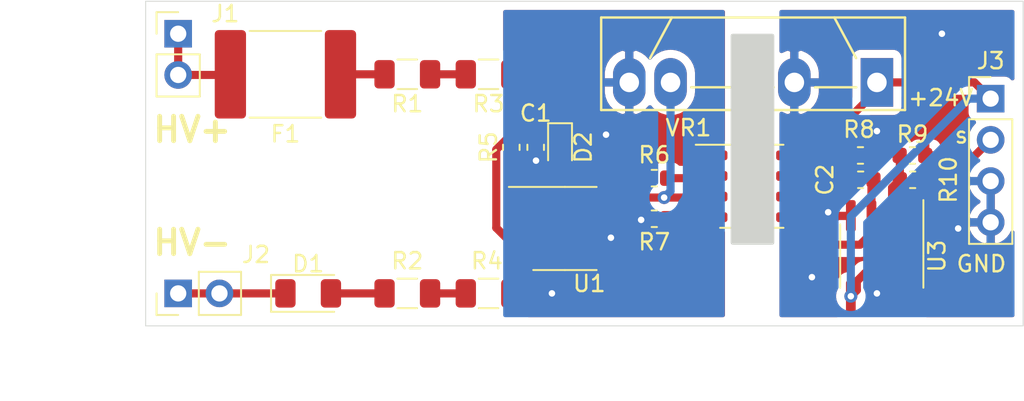
<source format=kicad_pcb>
(kicad_pcb (version 20171130) (host pcbnew "(5.1.4)-1")

  (general
    (thickness 1.6)
    (drawings 11)
    (tracks 84)
    (zones 0)
    (modules 22)
    (nets 22)
  )

  (page A4)
  (layers
    (0 F.Cu signal)
    (31 B.Cu signal)
    (32 B.Adhes user)
    (33 F.Adhes user)
    (34 B.Paste user)
    (35 F.Paste user)
    (36 B.SilkS user)
    (37 F.SilkS user)
    (38 B.Mask user)
    (39 F.Mask user)
    (40 Dwgs.User user)
    (41 Cmts.User user)
    (42 Eco1.User user)
    (43 Eco2.User user)
    (44 Edge.Cuts user)
    (45 Margin user)
    (46 B.CrtYd user)
    (47 F.CrtYd user)
    (48 B.Fab user)
    (49 F.Fab user)
  )

  (setup
    (last_trace_width 0.25)
    (user_trace_width 0.5)
    (trace_clearance 0.2)
    (zone_clearance 0.508)
    (zone_45_only no)
    (trace_min 0.2)
    (via_size 0.8)
    (via_drill 0.4)
    (via_min_size 0.4)
    (via_min_drill 0.3)
    (uvia_size 0.3)
    (uvia_drill 0.1)
    (uvias_allowed no)
    (uvia_min_size 0.2)
    (uvia_min_drill 0.1)
    (edge_width 0.05)
    (segment_width 0.2)
    (pcb_text_width 0.3)
    (pcb_text_size 1.5 1.5)
    (mod_edge_width 0.12)
    (mod_text_size 1 1)
    (mod_text_width 0.15)
    (pad_size 1.524 1.524)
    (pad_drill 0.762)
    (pad_to_mask_clearance 0.051)
    (solder_mask_min_width 0.25)
    (aux_axis_origin 0 0)
    (visible_elements 7FFDFFFF)
    (pcbplotparams
      (layerselection 0x010fc_ffffffff)
      (usegerberextensions false)
      (usegerberattributes false)
      (usegerberadvancedattributes false)
      (creategerberjobfile false)
      (excludeedgelayer true)
      (linewidth 0.100000)
      (plotframeref false)
      (viasonmask false)
      (mode 1)
      (useauxorigin false)
      (hpglpennumber 1)
      (hpglpenspeed 20)
      (hpglpendiameter 15.000000)
      (psnegative false)
      (psa4output false)
      (plotreference true)
      (plotvalue true)
      (plotinvisibletext false)
      (padsonsilk false)
      (subtractmaskfromsilk false)
      (outputformat 1)
      (mirror false)
      (drillshape 1)
      (scaleselection 1)
      (outputdirectory ""))
  )

  (net 0 "")
  (net 1 GNDiso)
  (net 2 "Net-(C1-Pad1)")
  (net 3 "Net-(C2-Pad1)")
  (net 4 GND)
  (net 5 +24V)
  (net 6 "Net-(J3-Pad2)")
  (net 7 "Net-(R1-Pad1)")
  (net 8 "Net-(R2-Pad1)")
  (net 9 +5Viso)
  (net 10 "Net-(U2-Pad8)")
  (net 11 "Net-(U2-Pad7)")
  (net 12 "Net-(F1-Pad1)")
  (net 13 "Net-(F1-Pad2)")
  (net 14 "Net-(D1-Pad1)")
  (net 15 "Net-(D1-Pad2)")
  (net 16 "Net-(R6-Pad1)")
  (net 17 "Net-(R6-Pad2)")
  (net 18 "Net-(R7-Pad1)")
  (net 19 "Net-(R10-Pad2)")
  (net 20 "Net-(U1-Pad7)")
  (net 21 "Net-(U3-Pad7)")

  (net_class Default "This is the default net class."
    (clearance 0.2)
    (trace_width 0.25)
    (via_dia 0.8)
    (via_drill 0.4)
    (uvia_dia 0.3)
    (uvia_drill 0.1)
    (add_net +24V)
    (add_net +5Viso)
    (add_net GND)
    (add_net GNDiso)
    (add_net "Net-(C1-Pad1)")
    (add_net "Net-(C2-Pad1)")
    (add_net "Net-(D1-Pad1)")
    (add_net "Net-(D1-Pad2)")
    (add_net "Net-(F1-Pad1)")
    (add_net "Net-(F1-Pad2)")
    (add_net "Net-(J3-Pad2)")
    (add_net "Net-(R1-Pad1)")
    (add_net "Net-(R10-Pad2)")
    (add_net "Net-(R2-Pad1)")
    (add_net "Net-(R6-Pad1)")
    (add_net "Net-(R6-Pad2)")
    (add_net "Net-(R7-Pad1)")
    (add_net "Net-(U1-Pad7)")
    (add_net "Net-(U2-Pad7)")
    (add_net "Net-(U2-Pad8)")
    (add_net "Net-(U3-Pad7)")
  )

  (net_class KTHFS_normal ""
    (clearance 0.2)
    (trace_width 0.5)
    (via_dia 0.8)
    (via_drill 0.4)
    (uvia_dia 0.3)
    (uvia_drill 0.1)
  )

  (module Capacitor_SMD:C_0603_1608Metric (layer F.Cu) (tedit 5B301BBE) (tstamp 5D6C6621)
    (at 124 109 270)
    (descr "Capacitor SMD 0603 (1608 Metric), square (rectangular) end terminal, IPC_7351 nominal, (Body size source: http://www.tortai-tech.com/upload/download/2011102023233369053.pdf), generated with kicad-footprint-generator")
    (tags capacitor)
    (path /5D70B813)
    (attr smd)
    (fp_text reference C1 (at -2.1 0 180) (layer F.SilkS)
      (effects (font (size 1 1) (thickness 0.15)))
    )
    (fp_text value 10n (at 0 1.43 90) (layer F.Fab)
      (effects (font (size 1 1) (thickness 0.15)))
    )
    (fp_text user %R (at 0 0 90) (layer F.Fab)
      (effects (font (size 0.4 0.4) (thickness 0.06)))
    )
    (fp_line (start 1.48 0.73) (end -1.48 0.73) (layer F.CrtYd) (width 0.05))
    (fp_line (start 1.48 -0.73) (end 1.48 0.73) (layer F.CrtYd) (width 0.05))
    (fp_line (start -1.48 -0.73) (end 1.48 -0.73) (layer F.CrtYd) (width 0.05))
    (fp_line (start -1.48 0.73) (end -1.48 -0.73) (layer F.CrtYd) (width 0.05))
    (fp_line (start -0.162779 0.51) (end 0.162779 0.51) (layer F.SilkS) (width 0.12))
    (fp_line (start -0.162779 -0.51) (end 0.162779 -0.51) (layer F.SilkS) (width 0.12))
    (fp_line (start 0.8 0.4) (end -0.8 0.4) (layer F.Fab) (width 0.1))
    (fp_line (start 0.8 -0.4) (end 0.8 0.4) (layer F.Fab) (width 0.1))
    (fp_line (start -0.8 -0.4) (end 0.8 -0.4) (layer F.Fab) (width 0.1))
    (fp_line (start -0.8 0.4) (end -0.8 -0.4) (layer F.Fab) (width 0.1))
    (pad 2 smd roundrect (at 0.7875 0 270) (size 0.875 0.95) (layers F.Cu F.Paste F.Mask) (roundrect_rratio 0.25)
      (net 1 GNDiso))
    (pad 1 smd roundrect (at -0.7875 0 270) (size 0.875 0.95) (layers F.Cu F.Paste F.Mask) (roundrect_rratio 0.25)
      (net 2 "Net-(C1-Pad1)"))
    (model ${KISYS3DMOD}/Capacitor_SMD.3dshapes/C_0603_1608Metric.wrl
      (at (xyz 0 0 0))
      (scale (xyz 1 1 1))
      (rotate (xyz 0 0 0))
    )
  )

  (module Capacitor_SMD:C_0603_1608Metric (layer F.Cu) (tedit 5B301BBE) (tstamp 5D6E363A)
    (at 144 111 180)
    (descr "Capacitor SMD 0603 (1608 Metric), square (rectangular) end terminal, IPC_7351 nominal, (Body size source: http://www.tortai-tech.com/upload/download/2011102023233369053.pdf), generated with kicad-footprint-generator")
    (tags capacitor)
    (path /5D70C1EA)
    (attr smd)
    (fp_text reference C2 (at 2.2 0 270) (layer F.SilkS)
      (effects (font (size 1 1) (thickness 0.15)))
    )
    (fp_text value 10n (at 0 1.43) (layer F.Fab)
      (effects (font (size 1 1) (thickness 0.15)))
    )
    (fp_line (start -0.8 0.4) (end -0.8 -0.4) (layer F.Fab) (width 0.1))
    (fp_line (start -0.8 -0.4) (end 0.8 -0.4) (layer F.Fab) (width 0.1))
    (fp_line (start 0.8 -0.4) (end 0.8 0.4) (layer F.Fab) (width 0.1))
    (fp_line (start 0.8 0.4) (end -0.8 0.4) (layer F.Fab) (width 0.1))
    (fp_line (start -0.162779 -0.51) (end 0.162779 -0.51) (layer F.SilkS) (width 0.12))
    (fp_line (start -0.162779 0.51) (end 0.162779 0.51) (layer F.SilkS) (width 0.12))
    (fp_line (start -1.48 0.73) (end -1.48 -0.73) (layer F.CrtYd) (width 0.05))
    (fp_line (start -1.48 -0.73) (end 1.48 -0.73) (layer F.CrtYd) (width 0.05))
    (fp_line (start 1.48 -0.73) (end 1.48 0.73) (layer F.CrtYd) (width 0.05))
    (fp_line (start 1.48 0.73) (end -1.48 0.73) (layer F.CrtYd) (width 0.05))
    (fp_text user %R (at 0 0) (layer F.Fab)
      (effects (font (size 0.4 0.4) (thickness 0.06)))
    )
    (pad 1 smd roundrect (at -0.7875 0 180) (size 0.875 0.95) (layers F.Cu F.Paste F.Mask) (roundrect_rratio 0.25)
      (net 3 "Net-(C2-Pad1)"))
    (pad 2 smd roundrect (at 0.7875 0 180) (size 0.875 0.95) (layers F.Cu F.Paste F.Mask) (roundrect_rratio 0.25)
      (net 4 GND))
    (model ${KISYS3DMOD}/Capacitor_SMD.3dshapes/C_0603_1608Metric.wrl
      (at (xyz 0 0 0))
      (scale (xyz 1 1 1))
      (rotate (xyz 0 0 0))
    )
  )

  (module Connector_PinHeader_2.54mm:PinHeader_1x02_P2.54mm_Vertical (layer F.Cu) (tedit 59FED5CC) (tstamp 5D6C67DC)
    (at 102 102)
    (descr "Through hole straight pin header, 1x02, 2.54mm pitch, single row")
    (tags "Through hole pin header THT 1x02 2.54mm single row")
    (path /5D77671A)
    (fp_text reference J1 (at 2.9 -1.23) (layer F.SilkS)
      (effects (font (size 1 1) (thickness 0.15)))
    )
    (fp_text value Conn_01x02_Male (at 0 4.87) (layer F.Fab)
      (effects (font (size 1 1) (thickness 0.15)))
    )
    (fp_line (start -0.635 -1.27) (end 1.27 -1.27) (layer F.Fab) (width 0.1))
    (fp_line (start 1.27 -1.27) (end 1.27 3.81) (layer F.Fab) (width 0.1))
    (fp_line (start 1.27 3.81) (end -1.27 3.81) (layer F.Fab) (width 0.1))
    (fp_line (start -1.27 3.81) (end -1.27 -0.635) (layer F.Fab) (width 0.1))
    (fp_line (start -1.27 -0.635) (end -0.635 -1.27) (layer F.Fab) (width 0.1))
    (fp_line (start -1.33 3.87) (end 1.33 3.87) (layer F.SilkS) (width 0.12))
    (fp_line (start -1.33 1.27) (end -1.33 3.87) (layer F.SilkS) (width 0.12))
    (fp_line (start 1.33 1.27) (end 1.33 3.87) (layer F.SilkS) (width 0.12))
    (fp_line (start -1.33 1.27) (end 1.33 1.27) (layer F.SilkS) (width 0.12))
    (fp_line (start -1.33 0) (end -1.33 -1.33) (layer F.SilkS) (width 0.12))
    (fp_line (start -1.33 -1.33) (end 0 -1.33) (layer F.SilkS) (width 0.12))
    (fp_line (start -1.8 -1.8) (end -1.8 4.35) (layer F.CrtYd) (width 0.05))
    (fp_line (start -1.8 4.35) (end 1.8 4.35) (layer F.CrtYd) (width 0.05))
    (fp_line (start 1.8 4.35) (end 1.8 -1.8) (layer F.CrtYd) (width 0.05))
    (fp_line (start 1.8 -1.8) (end -1.8 -1.8) (layer F.CrtYd) (width 0.05))
    (fp_text user %R (at 0 1.27 90) (layer F.Fab)
      (effects (font (size 1 1) (thickness 0.15)))
    )
    (pad 1 thru_hole rect (at 0 0) (size 1.7 1.7) (drill 1) (layers *.Cu *.Mask)
      (net 13 "Net-(F1-Pad2)"))
    (pad 2 thru_hole oval (at 0 2.54) (size 1.7 1.7) (drill 1) (layers *.Cu *.Mask)
      (net 13 "Net-(F1-Pad2)"))
    (model ${KISYS3DMOD}/Connector_PinHeader_2.54mm.3dshapes/PinHeader_1x02_P2.54mm_Vertical.wrl
      (at (xyz 0 0 0))
      (scale (xyz 1 1 1))
      (rotate (xyz 0 0 0))
    )
  )

  (module Connector_PinHeader_2.54mm:PinHeader_1x02_P2.54mm_Vertical (layer F.Cu) (tedit 59FED5CC) (tstamp 5D6C6527)
    (at 102 118 90)
    (descr "Through hole straight pin header, 1x02, 2.54mm pitch, single row")
    (tags "Through hole pin header THT 1x02 2.54mm single row")
    (path /5D77865B)
    (fp_text reference J2 (at 2.39 4.79 180) (layer F.SilkS)
      (effects (font (size 1 1) (thickness 0.15)))
    )
    (fp_text value Conn_01x02_Male (at 0 4.87 90) (layer F.Fab)
      (effects (font (size 1 1) (thickness 0.15)))
    )
    (fp_text user %R (at 0 1.27) (layer F.Fab)
      (effects (font (size 1 1) (thickness 0.15)))
    )
    (fp_line (start 1.8 -1.8) (end -1.8 -1.8) (layer F.CrtYd) (width 0.05))
    (fp_line (start 1.8 4.35) (end 1.8 -1.8) (layer F.CrtYd) (width 0.05))
    (fp_line (start -1.8 4.35) (end 1.8 4.35) (layer F.CrtYd) (width 0.05))
    (fp_line (start -1.8 -1.8) (end -1.8 4.35) (layer F.CrtYd) (width 0.05))
    (fp_line (start -1.33 -1.33) (end 0 -1.33) (layer F.SilkS) (width 0.12))
    (fp_line (start -1.33 0) (end -1.33 -1.33) (layer F.SilkS) (width 0.12))
    (fp_line (start -1.33 1.27) (end 1.33 1.27) (layer F.SilkS) (width 0.12))
    (fp_line (start 1.33 1.27) (end 1.33 3.87) (layer F.SilkS) (width 0.12))
    (fp_line (start -1.33 1.27) (end -1.33 3.87) (layer F.SilkS) (width 0.12))
    (fp_line (start -1.33 3.87) (end 1.33 3.87) (layer F.SilkS) (width 0.12))
    (fp_line (start -1.27 -0.635) (end -0.635 -1.27) (layer F.Fab) (width 0.1))
    (fp_line (start -1.27 3.81) (end -1.27 -0.635) (layer F.Fab) (width 0.1))
    (fp_line (start 1.27 3.81) (end -1.27 3.81) (layer F.Fab) (width 0.1))
    (fp_line (start 1.27 -1.27) (end 1.27 3.81) (layer F.Fab) (width 0.1))
    (fp_line (start -0.635 -1.27) (end 1.27 -1.27) (layer F.Fab) (width 0.1))
    (pad 2 thru_hole oval (at 0 2.54 90) (size 1.7 1.7) (drill 1) (layers *.Cu *.Mask)
      (net 14 "Net-(D1-Pad1)"))
    (pad 1 thru_hole rect (at 0 0 90) (size 1.7 1.7) (drill 1) (layers *.Cu *.Mask)
      (net 14 "Net-(D1-Pad1)"))
    (model ${KISYS3DMOD}/Connector_PinHeader_2.54mm.3dshapes/PinHeader_1x02_P2.54mm_Vertical.wrl
      (at (xyz 0 0 0))
      (scale (xyz 1 1 1))
      (rotate (xyz 0 0 0))
    )
  )

  (module Connector_PinHeader_2.54mm:PinHeader_1x04_P2.54mm_Vertical (layer F.Cu) (tedit 59FED5CC) (tstamp 5D6E35FC)
    (at 152 106)
    (descr "Through hole straight pin header, 1x04, 2.54mm pitch, single row")
    (tags "Through hole pin header THT 1x04 2.54mm single row")
    (path /5D77E214)
    (fp_text reference J3 (at 0 -2.33) (layer F.SilkS)
      (effects (font (size 1 1) (thickness 0.15)))
    )
    (fp_text value Conn_01x04 (at 0 9.95) (layer F.Fab)
      (effects (font (size 1 1) (thickness 0.15)))
    )
    (fp_line (start -0.635 -1.27) (end 1.27 -1.27) (layer F.Fab) (width 0.1))
    (fp_line (start 1.27 -1.27) (end 1.27 8.89) (layer F.Fab) (width 0.1))
    (fp_line (start 1.27 8.89) (end -1.27 8.89) (layer F.Fab) (width 0.1))
    (fp_line (start -1.27 8.89) (end -1.27 -0.635) (layer F.Fab) (width 0.1))
    (fp_line (start -1.27 -0.635) (end -0.635 -1.27) (layer F.Fab) (width 0.1))
    (fp_line (start -1.33 8.95) (end 1.33 8.95) (layer F.SilkS) (width 0.12))
    (fp_line (start -1.33 1.27) (end -1.33 8.95) (layer F.SilkS) (width 0.12))
    (fp_line (start 1.33 1.27) (end 1.33 8.95) (layer F.SilkS) (width 0.12))
    (fp_line (start -1.33 1.27) (end 1.33 1.27) (layer F.SilkS) (width 0.12))
    (fp_line (start -1.33 0) (end -1.33 -1.33) (layer F.SilkS) (width 0.12))
    (fp_line (start -1.33 -1.33) (end 0 -1.33) (layer F.SilkS) (width 0.12))
    (fp_line (start -1.8 -1.8) (end -1.8 9.4) (layer F.CrtYd) (width 0.05))
    (fp_line (start -1.8 9.4) (end 1.8 9.4) (layer F.CrtYd) (width 0.05))
    (fp_line (start 1.8 9.4) (end 1.8 -1.8) (layer F.CrtYd) (width 0.05))
    (fp_line (start 1.8 -1.8) (end -1.8 -1.8) (layer F.CrtYd) (width 0.05))
    (fp_text user %R (at 0 3.81 90) (layer F.Fab)
      (effects (font (size 1 1) (thickness 0.15)))
    )
    (pad 1 thru_hole rect (at 0 0) (size 1.7 1.7) (drill 1) (layers *.Cu *.Mask)
      (net 5 +24V))
    (pad 2 thru_hole oval (at 0 2.54) (size 1.7 1.7) (drill 1) (layers *.Cu *.Mask)
      (net 6 "Net-(J3-Pad2)"))
    (pad 3 thru_hole oval (at 0 5.08) (size 1.7 1.7) (drill 1) (layers *.Cu *.Mask)
      (net 4 GND))
    (pad 4 thru_hole oval (at 0 7.62) (size 1.7 1.7) (drill 1) (layers *.Cu *.Mask)
      (net 4 GND))
    (model ${KISYS3DMOD}/Connector_PinHeader_2.54mm.3dshapes/PinHeader_1x04_P2.54mm_Vertical.wrl
      (at (xyz 0 0 0))
      (scale (xyz 1 1 1))
      (rotate (xyz 0 0 0))
    )
  )

  (module Resistor_SMD:R_1206_3216Metric (layer F.Cu) (tedit 5B301BBD) (tstamp 5D6C6591)
    (at 116.1 104.5 180)
    (descr "Resistor SMD 1206 (3216 Metric), square (rectangular) end terminal, IPC_7351 nominal, (Body size source: http://www.tortai-tech.com/upload/download/2011102023233369053.pdf), generated with kicad-footprint-generator")
    (tags resistor)
    (path /5D70D443)
    (attr smd)
    (fp_text reference R1 (at 0 -1.82) (layer F.SilkS)
      (effects (font (size 1 1) (thickness 0.15)))
    )
    (fp_text value 2M (at 0 1.82) (layer F.Fab)
      (effects (font (size 1 1) (thickness 0.15)))
    )
    (fp_text user %R (at 0 0) (layer F.Fab)
      (effects (font (size 0.8 0.8) (thickness 0.12)))
    )
    (fp_line (start 2.28 1.12) (end -2.28 1.12) (layer F.CrtYd) (width 0.05))
    (fp_line (start 2.28 -1.12) (end 2.28 1.12) (layer F.CrtYd) (width 0.05))
    (fp_line (start -2.28 -1.12) (end 2.28 -1.12) (layer F.CrtYd) (width 0.05))
    (fp_line (start -2.28 1.12) (end -2.28 -1.12) (layer F.CrtYd) (width 0.05))
    (fp_line (start -0.602064 0.91) (end 0.602064 0.91) (layer F.SilkS) (width 0.12))
    (fp_line (start -0.602064 -0.91) (end 0.602064 -0.91) (layer F.SilkS) (width 0.12))
    (fp_line (start 1.6 0.8) (end -1.6 0.8) (layer F.Fab) (width 0.1))
    (fp_line (start 1.6 -0.8) (end 1.6 0.8) (layer F.Fab) (width 0.1))
    (fp_line (start -1.6 -0.8) (end 1.6 -0.8) (layer F.Fab) (width 0.1))
    (fp_line (start -1.6 0.8) (end -1.6 -0.8) (layer F.Fab) (width 0.1))
    (pad 2 smd roundrect (at 1.4 0 180) (size 1.25 1.75) (layers F.Cu F.Paste F.Mask) (roundrect_rratio 0.2)
      (net 12 "Net-(F1-Pad1)"))
    (pad 1 smd roundrect (at -1.4 0 180) (size 1.25 1.75) (layers F.Cu F.Paste F.Mask) (roundrect_rratio 0.2)
      (net 7 "Net-(R1-Pad1)"))
    (model ${KISYS3DMOD}/Resistor_SMD.3dshapes/R_1206_3216Metric.wrl
      (at (xyz 0 0 0))
      (scale (xyz 1 1 1))
      (rotate (xyz 0 0 0))
    )
  )

  (module Resistor_SMD:R_1206_3216Metric (layer F.Cu) (tedit 5B301BBD) (tstamp 5D6E366A)
    (at 116.1 118 180)
    (descr "Resistor SMD 1206 (3216 Metric), square (rectangular) end terminal, IPC_7351 nominal, (Body size source: http://www.tortai-tech.com/upload/download/2011102023233369053.pdf), generated with kicad-footprint-generator")
    (tags resistor)
    (path /5D70FB91)
    (attr smd)
    (fp_text reference R2 (at 0 2) (layer F.SilkS)
      (effects (font (size 1 1) (thickness 0.15)))
    )
    (fp_text value 2M (at 0 1.82) (layer F.Fab)
      (effects (font (size 1 1) (thickness 0.15)))
    )
    (fp_line (start -1.6 0.8) (end -1.6 -0.8) (layer F.Fab) (width 0.1))
    (fp_line (start -1.6 -0.8) (end 1.6 -0.8) (layer F.Fab) (width 0.1))
    (fp_line (start 1.6 -0.8) (end 1.6 0.8) (layer F.Fab) (width 0.1))
    (fp_line (start 1.6 0.8) (end -1.6 0.8) (layer F.Fab) (width 0.1))
    (fp_line (start -0.602064 -0.91) (end 0.602064 -0.91) (layer F.SilkS) (width 0.12))
    (fp_line (start -0.602064 0.91) (end 0.602064 0.91) (layer F.SilkS) (width 0.12))
    (fp_line (start -2.28 1.12) (end -2.28 -1.12) (layer F.CrtYd) (width 0.05))
    (fp_line (start -2.28 -1.12) (end 2.28 -1.12) (layer F.CrtYd) (width 0.05))
    (fp_line (start 2.28 -1.12) (end 2.28 1.12) (layer F.CrtYd) (width 0.05))
    (fp_line (start 2.28 1.12) (end -2.28 1.12) (layer F.CrtYd) (width 0.05))
    (fp_text user %R (at 0 0) (layer F.Fab)
      (effects (font (size 0.8 0.8) (thickness 0.12)))
    )
    (pad 1 smd roundrect (at -1.4 0 180) (size 1.25 1.75) (layers F.Cu F.Paste F.Mask) (roundrect_rratio 0.2)
      (net 8 "Net-(R2-Pad1)"))
    (pad 2 smd roundrect (at 1.4 0 180) (size 1.25 1.75) (layers F.Cu F.Paste F.Mask) (roundrect_rratio 0.2)
      (net 15 "Net-(D1-Pad2)"))
    (model ${KISYS3DMOD}/Resistor_SMD.3dshapes/R_1206_3216Metric.wrl
      (at (xyz 0 0 0))
      (scale (xyz 1 1 1))
      (rotate (xyz 0 0 0))
    )
  )

  (module Resistor_SMD:R_1206_3216Metric (layer F.Cu) (tedit 5B301BBD) (tstamp 5D6C65C1)
    (at 121.1 104.5 180)
    (descr "Resistor SMD 1206 (3216 Metric), square (rectangular) end terminal, IPC_7351 nominal, (Body size source: http://www.tortai-tech.com/upload/download/2011102023233369053.pdf), generated with kicad-footprint-generator")
    (tags resistor)
    (path /5D70E636)
    (attr smd)
    (fp_text reference R3 (at 0 -1.82) (layer F.SilkS)
      (effects (font (size 1 1) (thickness 0.15)))
    )
    (fp_text value 2M (at 0 1.82) (layer F.Fab)
      (effects (font (size 1 1) (thickness 0.15)))
    )
    (fp_line (start -1.6 0.8) (end -1.6 -0.8) (layer F.Fab) (width 0.1))
    (fp_line (start -1.6 -0.8) (end 1.6 -0.8) (layer F.Fab) (width 0.1))
    (fp_line (start 1.6 -0.8) (end 1.6 0.8) (layer F.Fab) (width 0.1))
    (fp_line (start 1.6 0.8) (end -1.6 0.8) (layer F.Fab) (width 0.1))
    (fp_line (start -0.602064 -0.91) (end 0.602064 -0.91) (layer F.SilkS) (width 0.12))
    (fp_line (start -0.602064 0.91) (end 0.602064 0.91) (layer F.SilkS) (width 0.12))
    (fp_line (start -2.28 1.12) (end -2.28 -1.12) (layer F.CrtYd) (width 0.05))
    (fp_line (start -2.28 -1.12) (end 2.28 -1.12) (layer F.CrtYd) (width 0.05))
    (fp_line (start 2.28 -1.12) (end 2.28 1.12) (layer F.CrtYd) (width 0.05))
    (fp_line (start 2.28 1.12) (end -2.28 1.12) (layer F.CrtYd) (width 0.05))
    (fp_text user %R (at 0 0) (layer F.Fab)
      (effects (font (size 0.8 0.8) (thickness 0.12)))
    )
    (pad 1 smd roundrect (at -1.4 0 180) (size 1.25 1.75) (layers F.Cu F.Paste F.Mask) (roundrect_rratio 0.2)
      (net 2 "Net-(C1-Pad1)"))
    (pad 2 smd roundrect (at 1.4 0 180) (size 1.25 1.75) (layers F.Cu F.Paste F.Mask) (roundrect_rratio 0.2)
      (net 7 "Net-(R1-Pad1)"))
    (model ${KISYS3DMOD}/Resistor_SMD.3dshapes/R_1206_3216Metric.wrl
      (at (xyz 0 0 0))
      (scale (xyz 1 1 1))
      (rotate (xyz 0 0 0))
    )
  )

  (module Resistor_SMD:R_1206_3216Metric (layer F.Cu) (tedit 5B301BBD) (tstamp 5D6E3595)
    (at 121.1 118 180)
    (descr "Resistor SMD 1206 (3216 Metric), square (rectangular) end terminal, IPC_7351 nominal, (Body size source: http://www.tortai-tech.com/upload/download/2011102023233369053.pdf), generated with kicad-footprint-generator")
    (tags resistor)
    (path /5D70F8E7)
    (attr smd)
    (fp_text reference R4 (at 0.1 2) (layer F.SilkS)
      (effects (font (size 1 1) (thickness 0.15)))
    )
    (fp_text value 2M (at 0 1.82) (layer F.Fab)
      (effects (font (size 1 1) (thickness 0.15)))
    )
    (fp_text user %R (at 0 0) (layer F.Fab)
      (effects (font (size 0.8 0.8) (thickness 0.12)))
    )
    (fp_line (start 2.28 1.12) (end -2.28 1.12) (layer F.CrtYd) (width 0.05))
    (fp_line (start 2.28 -1.12) (end 2.28 1.12) (layer F.CrtYd) (width 0.05))
    (fp_line (start -2.28 -1.12) (end 2.28 -1.12) (layer F.CrtYd) (width 0.05))
    (fp_line (start -2.28 1.12) (end -2.28 -1.12) (layer F.CrtYd) (width 0.05))
    (fp_line (start -0.602064 0.91) (end 0.602064 0.91) (layer F.SilkS) (width 0.12))
    (fp_line (start -0.602064 -0.91) (end 0.602064 -0.91) (layer F.SilkS) (width 0.12))
    (fp_line (start 1.6 0.8) (end -1.6 0.8) (layer F.Fab) (width 0.1))
    (fp_line (start 1.6 -0.8) (end 1.6 0.8) (layer F.Fab) (width 0.1))
    (fp_line (start -1.6 -0.8) (end 1.6 -0.8) (layer F.Fab) (width 0.1))
    (fp_line (start -1.6 0.8) (end -1.6 -0.8) (layer F.Fab) (width 0.1))
    (pad 2 smd roundrect (at 1.4 0 180) (size 1.25 1.75) (layers F.Cu F.Paste F.Mask) (roundrect_rratio 0.2)
      (net 8 "Net-(R2-Pad1)"))
    (pad 1 smd roundrect (at -1.4 0 180) (size 1.25 1.75) (layers F.Cu F.Paste F.Mask) (roundrect_rratio 0.2)
      (net 1 GNDiso))
    (model ${KISYS3DMOD}/Resistor_SMD.3dshapes/R_1206_3216Metric.wrl
      (at (xyz 0 0 0))
      (scale (xyz 1 1 1))
      (rotate (xyz 0 0 0))
    )
  )

  (module Resistor_SMD:R_0603_1608Metric (layer F.Cu) (tedit 5B301BBD) (tstamp 5D6E26A7)
    (at 122.5 109 270)
    (descr "Resistor SMD 0603 (1608 Metric), square (rectangular) end terminal, IPC_7351 nominal, (Body size source: http://www.tortai-tech.com/upload/download/2011102023233369053.pdf), generated with kicad-footprint-generator")
    (tags resistor)
    (path /5D708373)
    (attr smd)
    (fp_text reference R5 (at 0 1.4 270) (layer F.SilkS)
      (effects (font (size 1 1) (thickness 0.15)))
    )
    (fp_text value 100K (at 0 1.43 90) (layer F.Fab)
      (effects (font (size 1 1) (thickness 0.15)))
    )
    (fp_text user %R (at 0 0 90) (layer F.Fab)
      (effects (font (size 0.4 0.4) (thickness 0.06)))
    )
    (fp_line (start 1.48 0.73) (end -1.48 0.73) (layer F.CrtYd) (width 0.05))
    (fp_line (start 1.48 -0.73) (end 1.48 0.73) (layer F.CrtYd) (width 0.05))
    (fp_line (start -1.48 -0.73) (end 1.48 -0.73) (layer F.CrtYd) (width 0.05))
    (fp_line (start -1.48 0.73) (end -1.48 -0.73) (layer F.CrtYd) (width 0.05))
    (fp_line (start -0.162779 0.51) (end 0.162779 0.51) (layer F.SilkS) (width 0.12))
    (fp_line (start -0.162779 -0.51) (end 0.162779 -0.51) (layer F.SilkS) (width 0.12))
    (fp_line (start 0.8 0.4) (end -0.8 0.4) (layer F.Fab) (width 0.1))
    (fp_line (start 0.8 -0.4) (end 0.8 0.4) (layer F.Fab) (width 0.1))
    (fp_line (start -0.8 -0.4) (end 0.8 -0.4) (layer F.Fab) (width 0.1))
    (fp_line (start -0.8 0.4) (end -0.8 -0.4) (layer F.Fab) (width 0.1))
    (pad 2 smd roundrect (at 0.7875 0 270) (size 0.875 0.95) (layers F.Cu F.Paste F.Mask) (roundrect_rratio 0.25)
      (net 1 GNDiso))
    (pad 1 smd roundrect (at -0.7875 0 270) (size 0.875 0.95) (layers F.Cu F.Paste F.Mask) (roundrect_rratio 0.25)
      (net 2 "Net-(C1-Pad1)"))
    (model ${KISYS3DMOD}/Resistor_SMD.3dshapes/R_0603_1608Metric.wrl
      (at (xyz 0 0 0))
      (scale (xyz 1 1 1))
      (rotate (xyz 0 0 0))
    )
  )

  (module Resistor_SMD:R_0603_1608Metric (layer F.Cu) (tedit 5B301BBD) (tstamp 5D6E35C5)
    (at 131.3 110.9)
    (descr "Resistor SMD 0603 (1608 Metric), square (rectangular) end terminal, IPC_7351 nominal, (Body size source: http://www.tortai-tech.com/upload/download/2011102023233369053.pdf), generated with kicad-footprint-generator")
    (tags resistor)
    (path /5D70A493)
    (attr smd)
    (fp_text reference R6 (at 0 -1.43) (layer F.SilkS)
      (effects (font (size 1 1) (thickness 0.15)))
    )
    (fp_text value 2K (at 0 1.43) (layer F.Fab)
      (effects (font (size 1 1) (thickness 0.15)))
    )
    (fp_line (start -0.8 0.4) (end -0.8 -0.4) (layer F.Fab) (width 0.1))
    (fp_line (start -0.8 -0.4) (end 0.8 -0.4) (layer F.Fab) (width 0.1))
    (fp_line (start 0.8 -0.4) (end 0.8 0.4) (layer F.Fab) (width 0.1))
    (fp_line (start 0.8 0.4) (end -0.8 0.4) (layer F.Fab) (width 0.1))
    (fp_line (start -0.162779 -0.51) (end 0.162779 -0.51) (layer F.SilkS) (width 0.12))
    (fp_line (start -0.162779 0.51) (end 0.162779 0.51) (layer F.SilkS) (width 0.12))
    (fp_line (start -1.48 0.73) (end -1.48 -0.73) (layer F.CrtYd) (width 0.05))
    (fp_line (start -1.48 -0.73) (end 1.48 -0.73) (layer F.CrtYd) (width 0.05))
    (fp_line (start 1.48 -0.73) (end 1.48 0.73) (layer F.CrtYd) (width 0.05))
    (fp_line (start 1.48 0.73) (end -1.48 0.73) (layer F.CrtYd) (width 0.05))
    (fp_text user %R (at 0 0) (layer F.Fab)
      (effects (font (size 0.4 0.4) (thickness 0.06)))
    )
    (pad 1 smd roundrect (at -0.7875 0) (size 0.875 0.95) (layers F.Cu F.Paste F.Mask) (roundrect_rratio 0.25)
      (net 16 "Net-(R6-Pad1)"))
    (pad 2 smd roundrect (at 0.7875 0) (size 0.875 0.95) (layers F.Cu F.Paste F.Mask) (roundrect_rratio 0.25)
      (net 17 "Net-(R6-Pad2)"))
    (model ${KISYS3DMOD}/Resistor_SMD.3dshapes/R_0603_1608Metric.wrl
      (at (xyz 0 0 0))
      (scale (xyz 1 1 1))
      (rotate (xyz 0 0 0))
    )
  )

  (module Resistor_SMD:R_0603_1608Metric (layer F.Cu) (tedit 5B301BBD) (tstamp 5D6E37DB)
    (at 131.3 113.4 180)
    (descr "Resistor SMD 0603 (1608 Metric), square (rectangular) end terminal, IPC_7351 nominal, (Body size source: http://www.tortai-tech.com/upload/download/2011102023233369053.pdf), generated with kicad-footprint-generator")
    (tags resistor)
    (path /5D744FF8)
    (attr smd)
    (fp_text reference R7 (at 0 -1.43) (layer F.SilkS)
      (effects (font (size 1 1) (thickness 0.15)))
    )
    (fp_text value 10K (at 0 1.43) (layer F.Fab)
      (effects (font (size 1 1) (thickness 0.15)))
    )
    (fp_line (start -0.8 0.4) (end -0.8 -0.4) (layer F.Fab) (width 0.1))
    (fp_line (start -0.8 -0.4) (end 0.8 -0.4) (layer F.Fab) (width 0.1))
    (fp_line (start 0.8 -0.4) (end 0.8 0.4) (layer F.Fab) (width 0.1))
    (fp_line (start 0.8 0.4) (end -0.8 0.4) (layer F.Fab) (width 0.1))
    (fp_line (start -0.162779 -0.51) (end 0.162779 -0.51) (layer F.SilkS) (width 0.12))
    (fp_line (start -0.162779 0.51) (end 0.162779 0.51) (layer F.SilkS) (width 0.12))
    (fp_line (start -1.48 0.73) (end -1.48 -0.73) (layer F.CrtYd) (width 0.05))
    (fp_line (start -1.48 -0.73) (end 1.48 -0.73) (layer F.CrtYd) (width 0.05))
    (fp_line (start 1.48 -0.73) (end 1.48 0.73) (layer F.CrtYd) (width 0.05))
    (fp_line (start 1.48 0.73) (end -1.48 0.73) (layer F.CrtYd) (width 0.05))
    (fp_text user %R (at 0 0) (layer F.Fab)
      (effects (font (size 0.4 0.4) (thickness 0.06)))
    )
    (pad 1 smd roundrect (at -0.7875 0 180) (size 0.875 0.95) (layers F.Cu F.Paste F.Mask) (roundrect_rratio 0.25)
      (net 18 "Net-(R7-Pad1)"))
    (pad 2 smd roundrect (at 0.7875 0 180) (size 0.875 0.95) (layers F.Cu F.Paste F.Mask) (roundrect_rratio 0.25)
      (net 1 GNDiso))
    (model ${KISYS3DMOD}/Resistor_SMD.3dshapes/R_0603_1608Metric.wrl
      (at (xyz 0 0 0))
      (scale (xyz 1 1 1))
      (rotate (xyz 0 0 0))
    )
  )

  (module Resistor_SMD:R_0603_1608Metric (layer F.Cu) (tedit 5B301BBD) (tstamp 5D6E37AB)
    (at 143.9875 109.5 180)
    (descr "Resistor SMD 0603 (1608 Metric), square (rectangular) end terminal, IPC_7351 nominal, (Body size source: http://www.tortai-tech.com/upload/download/2011102023233369053.pdf), generated with kicad-footprint-generator")
    (tags resistor)
    (path /5D70ADF6)
    (attr smd)
    (fp_text reference R8 (at 0.0875 1.6) (layer F.SilkS)
      (effects (font (size 1 1) (thickness 0.15)))
    )
    (fp_text value 10K (at 0 1.43) (layer F.Fab)
      (effects (font (size 1 1) (thickness 0.15)))
    )
    (fp_text user %R (at 0 0) (layer F.Fab)
      (effects (font (size 0.4 0.4) (thickness 0.06)))
    )
    (fp_line (start 1.48 0.73) (end -1.48 0.73) (layer F.CrtYd) (width 0.05))
    (fp_line (start 1.48 -0.73) (end 1.48 0.73) (layer F.CrtYd) (width 0.05))
    (fp_line (start -1.48 -0.73) (end 1.48 -0.73) (layer F.CrtYd) (width 0.05))
    (fp_line (start -1.48 0.73) (end -1.48 -0.73) (layer F.CrtYd) (width 0.05))
    (fp_line (start -0.162779 0.51) (end 0.162779 0.51) (layer F.SilkS) (width 0.12))
    (fp_line (start -0.162779 -0.51) (end 0.162779 -0.51) (layer F.SilkS) (width 0.12))
    (fp_line (start 0.8 0.4) (end -0.8 0.4) (layer F.Fab) (width 0.1))
    (fp_line (start 0.8 -0.4) (end 0.8 0.4) (layer F.Fab) (width 0.1))
    (fp_line (start -0.8 -0.4) (end 0.8 -0.4) (layer F.Fab) (width 0.1))
    (fp_line (start -0.8 0.4) (end -0.8 -0.4) (layer F.Fab) (width 0.1))
    (pad 2 smd roundrect (at 0.7875 0 180) (size 0.875 0.95) (layers F.Cu F.Paste F.Mask) (roundrect_rratio 0.25)
      (net 4 GND))
    (pad 1 smd roundrect (at -0.7875 0 180) (size 0.875 0.95) (layers F.Cu F.Paste F.Mask) (roundrect_rratio 0.25)
      (net 3 "Net-(C2-Pad1)"))
    (model ${KISYS3DMOD}/Resistor_SMD.3dshapes/R_0603_1608Metric.wrl
      (at (xyz 0 0 0))
      (scale (xyz 1 1 1))
      (rotate (xyz 0 0 0))
    )
  )

  (module Package_SO:SOIC-8_3.9x4.9mm_P1.27mm (layer F.Cu) (tedit 5C97300E) (tstamp 5D6E36EE)
    (at 137.3 111.4)
    (descr "SOIC, 8 Pin (JEDEC MS-012AA, https://www.analog.com/media/en/package-pcb-resources/package/pkg_pdf/soic_narrow-r/r_8.pdf), generated with kicad-footprint-generator ipc_gullwing_generator.py")
    (tags "SOIC SO")
    (path /5D6FFB78)
    (attr smd)
    (fp_text reference U2 (at 0 -3.4) (layer F.SilkS)
      (effects (font (size 1 1) (thickness 0.15)))
    )
    (fp_text value IL300 (at 0 3.4) (layer F.Fab)
      (effects (font (size 1 1) (thickness 0.15)))
    )
    (fp_text user %R (at 0.124999 0) (layer F.Fab)
      (effects (font (size 0.98 0.98) (thickness 0.15)))
    )
    (fp_line (start 3.7 -2.7) (end -3.7 -2.7) (layer F.CrtYd) (width 0.05))
    (fp_line (start 3.7 2.7) (end 3.7 -2.7) (layer F.CrtYd) (width 0.05))
    (fp_line (start -3.7 2.7) (end 3.7 2.7) (layer F.CrtYd) (width 0.05))
    (fp_line (start -3.7 -2.7) (end -3.7 2.7) (layer F.CrtYd) (width 0.05))
    (fp_line (start -1.95 -1.475) (end -0.975 -2.45) (layer F.Fab) (width 0.1))
    (fp_line (start -1.95 2.45) (end -1.95 -1.475) (layer F.Fab) (width 0.1))
    (fp_line (start 1.95 2.45) (end -1.95 2.45) (layer F.Fab) (width 0.1))
    (fp_line (start 1.95 -2.45) (end 1.95 2.45) (layer F.Fab) (width 0.1))
    (fp_line (start -0.975 -2.45) (end 1.95 -2.45) (layer F.Fab) (width 0.1))
    (fp_line (start 0 -2.56) (end -3.45 -2.56) (layer F.SilkS) (width 0.12))
    (fp_line (start 0 -2.56) (end 1.95 -2.56) (layer F.SilkS) (width 0.12))
    (fp_line (start 0 2.56) (end -1.95 2.56) (layer F.SilkS) (width 0.12))
    (fp_line (start 0 2.56) (end 1.95 2.56) (layer F.SilkS) (width 0.12))
    (pad 8 smd roundrect (at 2.475 -1.905) (size 1.95 0.6) (layers F.Cu F.Paste F.Mask) (roundrect_rratio 0.25)
      (net 10 "Net-(U2-Pad8)"))
    (pad 7 smd roundrect (at 2.475 -0.635) (size 1.95 0.6) (layers F.Cu F.Paste F.Mask) (roundrect_rratio 0.25)
      (net 11 "Net-(U2-Pad7)"))
    (pad 6 smd roundrect (at 2.475 0.635) (size 1.95 0.6) (layers F.Cu F.Paste F.Mask) (roundrect_rratio 0.25)
      (net 5 +24V))
    (pad 5 smd roundrect (at 2.475 1.905) (size 1.95 0.6) (layers F.Cu F.Paste F.Mask) (roundrect_rratio 0.25)
      (net 3 "Net-(C2-Pad1)"))
    (pad 4 smd roundrect (at -2.475 1.905) (size 1.95 0.6) (layers F.Cu F.Paste F.Mask) (roundrect_rratio 0.25)
      (net 18 "Net-(R7-Pad1)"))
    (pad 3 smd roundrect (at -2.475 0.635) (size 1.95 0.6) (layers F.Cu F.Paste F.Mask) (roundrect_rratio 0.25)
      (net 9 +5Viso))
    (pad 2 smd roundrect (at -2.475 -0.635) (size 1.95 0.6) (layers F.Cu F.Paste F.Mask) (roundrect_rratio 0.25)
      (net 17 "Net-(R6-Pad2)"))
    (pad 1 smd roundrect (at -2.475 -1.905) (size 1.95 0.6) (layers F.Cu F.Paste F.Mask) (roundrect_rratio 0.25)
      (net 1 GNDiso))
    (model ${KISYS3DMOD}/Package_SO.3dshapes/SOIC-8_3.9x4.9mm_P1.27mm.wrl
      (at (xyz 0 0 0))
      (scale (xyz 1 1 1))
      (rotate (xyz 0 0 0))
    )
  )

  (module Package_SO:SOIC-8_3.9x4.9mm_P1.27mm (layer F.Cu) (tedit 5C97300E) (tstamp 5D6E3769)
    (at 145.3 115.7 270)
    (descr "SOIC, 8 Pin (JEDEC MS-012AA, https://www.analog.com/media/en/package-pcb-resources/package/pkg_pdf/soic_narrow-r/r_8.pdf), generated with kicad-footprint-generator ipc_gullwing_generator.py")
    (tags "SOIC SO")
    (path /5D6FBD89)
    (attr smd)
    (fp_text reference U3 (at 0 -3.4 90) (layer F.SilkS)
      (effects (font (size 1 1) (thickness 0.15)))
    )
    (fp_text value LM358 (at 0 3.4 90) (layer F.Fab)
      (effects (font (size 1 1) (thickness 0.15)))
    )
    (fp_line (start 0 2.56) (end 1.95 2.56) (layer F.SilkS) (width 0.12))
    (fp_line (start 0 2.56) (end -1.95 2.56) (layer F.SilkS) (width 0.12))
    (fp_line (start 0 -2.56) (end 1.95 -2.56) (layer F.SilkS) (width 0.12))
    (fp_line (start 0 -2.56) (end -3.45 -2.56) (layer F.SilkS) (width 0.12))
    (fp_line (start -0.975 -2.45) (end 1.95 -2.45) (layer F.Fab) (width 0.1))
    (fp_line (start 1.95 -2.45) (end 1.95 2.45) (layer F.Fab) (width 0.1))
    (fp_line (start 1.95 2.45) (end -1.95 2.45) (layer F.Fab) (width 0.1))
    (fp_line (start -1.95 2.45) (end -1.95 -1.475) (layer F.Fab) (width 0.1))
    (fp_line (start -1.95 -1.475) (end -0.975 -2.45) (layer F.Fab) (width 0.1))
    (fp_line (start -3.7 -2.7) (end -3.7 2.7) (layer F.CrtYd) (width 0.05))
    (fp_line (start -3.7 2.7) (end 3.7 2.7) (layer F.CrtYd) (width 0.05))
    (fp_line (start 3.7 2.7) (end 3.7 -2.7) (layer F.CrtYd) (width 0.05))
    (fp_line (start 3.7 -2.7) (end -3.7 -2.7) (layer F.CrtYd) (width 0.05))
    (fp_text user %R (at 0 0 90) (layer F.Fab)
      (effects (font (size 0.98 0.98) (thickness 0.15)))
    )
    (pad 1 smd roundrect (at -2.475 -1.905 270) (size 1.95 0.6) (layers F.Cu F.Paste F.Mask) (roundrect_rratio 0.25)
      (net 6 "Net-(J3-Pad2)"))
    (pad 2 smd roundrect (at -2.475 -0.635 270) (size 1.95 0.6) (layers F.Cu F.Paste F.Mask) (roundrect_rratio 0.25)
      (net 19 "Net-(R10-Pad2)"))
    (pad 3 smd roundrect (at -2.475 0.635 270) (size 1.95 0.6) (layers F.Cu F.Paste F.Mask) (roundrect_rratio 0.25)
      (net 3 "Net-(C2-Pad1)"))
    (pad 4 smd roundrect (at -2.475 1.905 270) (size 1.95 0.6) (layers F.Cu F.Paste F.Mask) (roundrect_rratio 0.25)
      (net 4 GND))
    (pad 5 smd roundrect (at 2.475 1.905 270) (size 1.95 0.6) (layers F.Cu F.Paste F.Mask) (roundrect_rratio 0.25)
      (net 5 +24V))
    (pad 6 smd roundrect (at 2.475 0.635 270) (size 1.95 0.6) (layers F.Cu F.Paste F.Mask) (roundrect_rratio 0.25)
      (net 4 GND))
    (pad 7 smd roundrect (at 2.475 -0.635 270) (size 1.95 0.6) (layers F.Cu F.Paste F.Mask) (roundrect_rratio 0.25)
      (net 21 "Net-(U3-Pad7)"))
    (pad 8 smd roundrect (at 2.475 -1.905 270) (size 1.95 0.6) (layers F.Cu F.Paste F.Mask) (roundrect_rratio 0.25)
      (net 5 +24V))
    (model ${KISYS3DMOD}/Package_SO.3dshapes/SOIC-8_3.9x4.9mm_P1.27mm.wrl
      (at (xyz 0 0 0))
      (scale (xyz 1 1 1))
      (rotate (xyz 0 0 0))
    )
  )

  (module Package_SIP:SIP4_Sharp-SSR_P7.62mm_Straight (layer F.Cu) (tedit 5A0CB273) (tstamp 5D6E36A3)
    (at 145 105 180)
    (descr "SIP4 Footprint for SSR made by Sharp")
    (tags "Solid State relais SSR Sharp")
    (path /5D71DB82)
    (fp_text reference VR1 (at 11.6 -2.8) (layer F.SilkS)
      (effects (font (size 1 1) (thickness 0.15)))
    )
    (fp_text value Wurth-FISM (at 7.62 5) (layer F.Fab)
      (effects (font (size 1 1) (thickness 0.15)))
    )
    (fp_text user %R (at 7.62 0) (layer F.Fab)
      (effects (font (size 1 1) (thickness 0.15)))
    )
    (fp_line (start 1.27 -0.3) (end 3.81 -0.3) (layer F.SilkS) (width 0.15))
    (fp_line (start 6.35 -0.3) (end 11.43 -0.3) (layer F.SilkS) (width 0.15))
    (fp_line (start 17.25 -1.95) (end 17.25 4.25) (layer F.CrtYd) (width 0.05))
    (fp_line (start 17.25 4.25) (end -2 4.25) (layer F.CrtYd) (width 0.05))
    (fp_line (start -2 4.25) (end -2 -1.95) (layer F.CrtYd) (width 0.05))
    (fp_line (start -2 -1.95) (end 17.25 -1.95) (layer F.CrtYd) (width 0.05))
    (fp_line (start 2.62 4) (end 1.28 1.5) (layer F.SilkS) (width 0.15))
    (fp_line (start 12.62 4) (end 13.96 1.5) (layer F.SilkS) (width 0.15))
    (fp_line (start -1.73 -1.7) (end 16.97 -1.7) (layer F.SilkS) (width 0.15))
    (fp_line (start 16.97 -1.7) (end 16.97 4) (layer F.SilkS) (width 0.15))
    (fp_line (start 16.97 4) (end -1.73 4) (layer F.SilkS) (width 0.15))
    (fp_line (start -1.73 4) (end -1.73 -1.7) (layer F.SilkS) (width 0.15))
    (fp_line (start -1.6 3.9) (end 16.8 3.9) (layer F.Fab) (width 0.1))
    (fp_line (start 16.8 3.9) (end 16.8 -1.6) (layer F.Fab) (width 0.1))
    (fp_line (start 16.8 -1.6) (end -0.6 -1.6) (layer F.Fab) (width 0.1))
    (fp_line (start -0.6 -1.6) (end -1.6 -0.6) (layer F.Fab) (width 0.1))
    (fp_line (start -1.6 -0.6) (end -1.6 3.9) (layer F.Fab) (width 0.1))
    (pad 1 thru_hole rect (at 0 0 180) (size 2 3) (drill 1.2) (layers *.Cu *.Mask)
      (net 5 +24V))
    (pad 2 thru_hole oval (at 5.08 0 180) (size 2 3) (drill 1.2) (layers *.Cu *.Mask)
      (net 4 GND))
    (pad 3 thru_hole oval (at 12.7 0 180) (size 2 3) (drill 1.2) (layers *.Cu *.Mask)
      (net 9 +5Viso))
    (pad 4 thru_hole oval (at 15.24 0 180) (size 2 3) (drill 1.2) (layers *.Cu *.Mask)
      (net 1 GNDiso))
    (model ${KISYS3DMOD}/Package_SIP.3dshapes/SIP4_Sharp-SSR_P7.62mm_Straight.wrl
      (at (xyz 0 0 0))
      (scale (xyz 1 1 1))
      (rotate (xyz 0 0 0))
    )
  )

  (module Resistor_SMD:R_0603_1608Metric (layer F.Cu) (tedit 5B301BBD) (tstamp 5D6E3730)
    (at 147.1875 109.5)
    (descr "Resistor SMD 0603 (1608 Metric), square (rectangular) end terminal, IPC_7351 nominal, (Body size source: http://www.tortai-tech.com/upload/download/2011102023233369053.pdf), generated with kicad-footprint-generator")
    (tags resistor)
    (path /5D6E275D)
    (attr smd)
    (fp_text reference R9 (at 0 -1.3) (layer F.SilkS)
      (effects (font (size 1 1) (thickness 0.15)))
    )
    (fp_text value 5K (at 0 1.43) (layer F.Fab)
      (effects (font (size 1 1) (thickness 0.15)))
    )
    (fp_line (start -0.8 0.4) (end -0.8 -0.4) (layer F.Fab) (width 0.1))
    (fp_line (start -0.8 -0.4) (end 0.8 -0.4) (layer F.Fab) (width 0.1))
    (fp_line (start 0.8 -0.4) (end 0.8 0.4) (layer F.Fab) (width 0.1))
    (fp_line (start 0.8 0.4) (end -0.8 0.4) (layer F.Fab) (width 0.1))
    (fp_line (start -0.162779 -0.51) (end 0.162779 -0.51) (layer F.SilkS) (width 0.12))
    (fp_line (start -0.162779 0.51) (end 0.162779 0.51) (layer F.SilkS) (width 0.12))
    (fp_line (start -1.48 0.73) (end -1.48 -0.73) (layer F.CrtYd) (width 0.05))
    (fp_line (start -1.48 -0.73) (end 1.48 -0.73) (layer F.CrtYd) (width 0.05))
    (fp_line (start 1.48 -0.73) (end 1.48 0.73) (layer F.CrtYd) (width 0.05))
    (fp_line (start 1.48 0.73) (end -1.48 0.73) (layer F.CrtYd) (width 0.05))
    (fp_text user %R (at 0 0) (layer F.Fab)
      (effects (font (size 0.4 0.4) (thickness 0.06)))
    )
    (pad 1 smd roundrect (at -0.7875 0) (size 0.875 0.95) (layers F.Cu F.Paste F.Mask) (roundrect_rratio 0.25)
      (net 19 "Net-(R10-Pad2)"))
    (pad 2 smd roundrect (at 0.7875 0) (size 0.875 0.95) (layers F.Cu F.Paste F.Mask) (roundrect_rratio 0.25)
      (net 4 GND))
    (model ${KISYS3DMOD}/Resistor_SMD.3dshapes/R_0603_1608Metric.wrl
      (at (xyz 0 0 0))
      (scale (xyz 1 1 1))
      (rotate (xyz 0 0 0))
    )
  )

  (module Diode_SMD:D_0603_1608Metric (layer F.Cu) (tedit 5B301BBE) (tstamp 5D6E1D6E)
    (at 125.5 109 270)
    (descr "Diode SMD 0603 (1608 Metric), square (rectangular) end terminal, IPC_7351 nominal, (Body size source: http://www.tortai-tech.com/upload/download/2011102023233369053.pdf), generated with kicad-footprint-generator")
    (tags diode)
    (path /5D6EAA4D)
    (attr smd)
    (fp_text reference D2 (at 0 -1.43 90) (layer F.SilkS)
      (effects (font (size 1 1) (thickness 0.15)))
    )
    (fp_text value 5V (at 0 1.43 90) (layer F.Fab)
      (effects (font (size 1 1) (thickness 0.15)))
    )
    (fp_line (start 0.8 -0.4) (end -0.5 -0.4) (layer F.Fab) (width 0.1))
    (fp_line (start -0.5 -0.4) (end -0.8 -0.1) (layer F.Fab) (width 0.1))
    (fp_line (start -0.8 -0.1) (end -0.8 0.4) (layer F.Fab) (width 0.1))
    (fp_line (start -0.8 0.4) (end 0.8 0.4) (layer F.Fab) (width 0.1))
    (fp_line (start 0.8 0.4) (end 0.8 -0.4) (layer F.Fab) (width 0.1))
    (fp_line (start 0.8 -0.735) (end -1.485 -0.735) (layer F.SilkS) (width 0.12))
    (fp_line (start -1.485 -0.735) (end -1.485 0.735) (layer F.SilkS) (width 0.12))
    (fp_line (start -1.485 0.735) (end 0.8 0.735) (layer F.SilkS) (width 0.12))
    (fp_line (start -1.48 0.73) (end -1.48 -0.73) (layer F.CrtYd) (width 0.05))
    (fp_line (start -1.48 -0.73) (end 1.48 -0.73) (layer F.CrtYd) (width 0.05))
    (fp_line (start 1.48 -0.73) (end 1.48 0.73) (layer F.CrtYd) (width 0.05))
    (fp_line (start 1.48 0.73) (end -1.48 0.73) (layer F.CrtYd) (width 0.05))
    (fp_text user %R (at 0 0 90) (layer F.Fab)
      (effects (font (size 0.4 0.4) (thickness 0.06)))
    )
    (pad 1 smd roundrect (at -0.7875 0 270) (size 0.875 0.95) (layers F.Cu F.Paste F.Mask) (roundrect_rratio 0.25)
      (net 2 "Net-(C1-Pad1)"))
    (pad 2 smd roundrect (at 0.7875 0 270) (size 0.875 0.95) (layers F.Cu F.Paste F.Mask) (roundrect_rratio 0.25)
      (net 1 GNDiso))
    (model ${KISYS3DMOD}/Diode_SMD.3dshapes/D_0603_1608Metric.wrl
      (at (xyz 0 0 0))
      (scale (xyz 1 1 1))
      (rotate (xyz 0 0 0))
    )
  )

  (module Fuse:Fuse_2920_7451Metric (layer F.Cu) (tedit 5B341557) (tstamp 5D6E1D7F)
    (at 108.6 104.5 180)
    (descr "Fuse SMD 2920 (7451 Metric), square (rectangular) end terminal, IPC_7351 nominal, (Body size from: http://www.megastar.com/products/fusetronic/polyswitch/PDF/smd2920.pdf), generated with kicad-footprint-generator")
    (tags resistor)
    (path /5D6E7212)
    (attr smd)
    (fp_text reference F1 (at 0 -3.68) (layer F.SilkS)
      (effects (font (size 1 1) (thickness 0.15)))
    )
    (fp_text value Fuse (at 0 3.68) (layer F.Fab)
      (effects (font (size 1 1) (thickness 0.15)))
    )
    (fp_line (start -3.6775 2.56) (end -3.6775 -2.56) (layer F.Fab) (width 0.1))
    (fp_line (start -3.6775 -2.56) (end 3.6775 -2.56) (layer F.Fab) (width 0.1))
    (fp_line (start 3.6775 -2.56) (end 3.6775 2.56) (layer F.Fab) (width 0.1))
    (fp_line (start 3.6775 2.56) (end -3.6775 2.56) (layer F.Fab) (width 0.1))
    (fp_line (start -2.203752 -2.67) (end 2.203752 -2.67) (layer F.SilkS) (width 0.12))
    (fp_line (start -2.203752 2.67) (end 2.203752 2.67) (layer F.SilkS) (width 0.12))
    (fp_line (start -4.6 2.98) (end -4.6 -2.98) (layer F.CrtYd) (width 0.05))
    (fp_line (start -4.6 -2.98) (end 4.6 -2.98) (layer F.CrtYd) (width 0.05))
    (fp_line (start 4.6 -2.98) (end 4.6 2.98) (layer F.CrtYd) (width 0.05))
    (fp_line (start 4.6 2.98) (end -4.6 2.98) (layer F.CrtYd) (width 0.05))
    (fp_text user %R (at 0 0) (layer F.Fab)
      (effects (font (size 1 1) (thickness 0.15)))
    )
    (pad 1 smd roundrect (at -3.3875 0 180) (size 1.925 5.45) (layers F.Cu F.Paste F.Mask) (roundrect_rratio 0.12987)
      (net 12 "Net-(F1-Pad1)"))
    (pad 2 smd roundrect (at 3.3875 0 180) (size 1.925 5.45) (layers F.Cu F.Paste F.Mask) (roundrect_rratio 0.12987)
      (net 13 "Net-(F1-Pad2)"))
    (model ${KISYS3DMOD}/Fuse.3dshapes/Fuse_2920_7451Metric.wrl
      (at (xyz 0 0 0))
      (scale (xyz 1 1 1))
      (rotate (xyz 0 0 0))
    )
  )

  (module Package_SO:SOIC-8_3.9x4.9mm_P1.27mm (layer F.Cu) (tedit 5C97300E) (tstamp 5D6E3553)
    (at 125.8 114)
    (descr "SOIC, 8 Pin (JEDEC MS-012AA, https://www.analog.com/media/en/package-pcb-resources/package/pkg_pdf/soic_narrow-r/r_8.pdf), generated with kicad-footprint-generator ipc_gullwing_generator.py")
    (tags "SOIC SO")
    (path /5D6F8930)
    (attr smd)
    (fp_text reference U1 (at 1.5 3.4) (layer F.SilkS)
      (effects (font (size 1 1) (thickness 0.15)))
    )
    (fp_text value LM358 (at 0 3.4) (layer F.Fab)
      (effects (font (size 1 1) (thickness 0.15)))
    )
    (fp_line (start 0 2.56) (end 1.95 2.56) (layer F.SilkS) (width 0.12))
    (fp_line (start 0 2.56) (end -1.95 2.56) (layer F.SilkS) (width 0.12))
    (fp_line (start 0 -2.56) (end 1.95 -2.56) (layer F.SilkS) (width 0.12))
    (fp_line (start 0 -2.56) (end -3.45 -2.56) (layer F.SilkS) (width 0.12))
    (fp_line (start -0.975 -2.45) (end 1.95 -2.45) (layer F.Fab) (width 0.1))
    (fp_line (start 1.95 -2.45) (end 1.95 2.45) (layer F.Fab) (width 0.1))
    (fp_line (start 1.95 2.45) (end -1.95 2.45) (layer F.Fab) (width 0.1))
    (fp_line (start -1.95 2.45) (end -1.95 -1.475) (layer F.Fab) (width 0.1))
    (fp_line (start -1.95 -1.475) (end -0.975 -2.45) (layer F.Fab) (width 0.1))
    (fp_line (start -3.7 -2.7) (end -3.7 2.7) (layer F.CrtYd) (width 0.05))
    (fp_line (start -3.7 2.7) (end 3.7 2.7) (layer F.CrtYd) (width 0.05))
    (fp_line (start 3.7 2.7) (end 3.7 -2.7) (layer F.CrtYd) (width 0.05))
    (fp_line (start 3.7 -2.7) (end -3.7 -2.7) (layer F.CrtYd) (width 0.05))
    (fp_text user %R (at 0 0) (layer F.Fab)
      (effects (font (size 0.98 0.98) (thickness 0.15)))
    )
    (pad 1 smd roundrect (at -2.475 -1.905) (size 1.95 0.6) (layers F.Cu F.Paste F.Mask) (roundrect_rratio 0.25)
      (net 16 "Net-(R6-Pad1)"))
    (pad 2 smd roundrect (at -2.475 -0.635) (size 1.95 0.6) (layers F.Cu F.Paste F.Mask) (roundrect_rratio 0.25)
      (net 18 "Net-(R7-Pad1)"))
    (pad 3 smd roundrect (at -2.475 0.635) (size 1.95 0.6) (layers F.Cu F.Paste F.Mask) (roundrect_rratio 0.25)
      (net 2 "Net-(C1-Pad1)"))
    (pad 4 smd roundrect (at -2.475 1.905) (size 1.95 0.6) (layers F.Cu F.Paste F.Mask) (roundrect_rratio 0.25)
      (net 1 GNDiso))
    (pad 5 smd roundrect (at 2.475 1.905) (size 1.95 0.6) (layers F.Cu F.Paste F.Mask) (roundrect_rratio 0.25)
      (net 9 +5Viso))
    (pad 6 smd roundrect (at 2.475 0.635) (size 1.95 0.6) (layers F.Cu F.Paste F.Mask) (roundrect_rratio 0.25)
      (net 1 GNDiso))
    (pad 7 smd roundrect (at 2.475 -0.635) (size 1.95 0.6) (layers F.Cu F.Paste F.Mask) (roundrect_rratio 0.25)
      (net 20 "Net-(U1-Pad7)"))
    (pad 8 smd roundrect (at 2.475 -1.905) (size 1.95 0.6) (layers F.Cu F.Paste F.Mask) (roundrect_rratio 0.25)
      (net 9 +5Viso))
    (model ${KISYS3DMOD}/Package_SO.3dshapes/SOIC-8_3.9x4.9mm_P1.27mm.wrl
      (at (xyz 0 0 0))
      (scale (xyz 1 1 1))
      (rotate (xyz 0 0 0))
    )
  )

  (module Resistor_SMD:R_0603_1608Metric (layer F.Cu) (tedit 5B301BBD) (tstamp 5D6E351A)
    (at 147.2 111 180)
    (descr "Resistor SMD 0603 (1608 Metric), square (rectangular) end terminal, IPC_7351 nominal, (Body size source: http://www.tortai-tech.com/upload/download/2011102023233369053.pdf), generated with kicad-footprint-generator")
    (tags resistor)
    (path /5D6E30BA)
    (attr smd)
    (fp_text reference R10 (at -2.2 0 270) (layer F.SilkS)
      (effects (font (size 1 1) (thickness 0.15)))
    )
    (fp_text value 5K (at 0 1.43) (layer F.Fab)
      (effects (font (size 1 1) (thickness 0.15)))
    )
    (fp_line (start -0.8 0.4) (end -0.8 -0.4) (layer F.Fab) (width 0.1))
    (fp_line (start -0.8 -0.4) (end 0.8 -0.4) (layer F.Fab) (width 0.1))
    (fp_line (start 0.8 -0.4) (end 0.8 0.4) (layer F.Fab) (width 0.1))
    (fp_line (start 0.8 0.4) (end -0.8 0.4) (layer F.Fab) (width 0.1))
    (fp_line (start -0.162779 -0.51) (end 0.162779 -0.51) (layer F.SilkS) (width 0.12))
    (fp_line (start -0.162779 0.51) (end 0.162779 0.51) (layer F.SilkS) (width 0.12))
    (fp_line (start -1.48 0.73) (end -1.48 -0.73) (layer F.CrtYd) (width 0.05))
    (fp_line (start -1.48 -0.73) (end 1.48 -0.73) (layer F.CrtYd) (width 0.05))
    (fp_line (start 1.48 -0.73) (end 1.48 0.73) (layer F.CrtYd) (width 0.05))
    (fp_line (start 1.48 0.73) (end -1.48 0.73) (layer F.CrtYd) (width 0.05))
    (fp_text user %R (at 0 0) (layer F.Fab)
      (effects (font (size 0.4 0.4) (thickness 0.06)))
    )
    (pad 1 smd roundrect (at -0.7875 0 180) (size 0.875 0.95) (layers F.Cu F.Paste F.Mask) (roundrect_rratio 0.25)
      (net 6 "Net-(J3-Pad2)"))
    (pad 2 smd roundrect (at 0.7875 0 180) (size 0.875 0.95) (layers F.Cu F.Paste F.Mask) (roundrect_rratio 0.25)
      (net 19 "Net-(R10-Pad2)"))
    (model ${KISYS3DMOD}/Resistor_SMD.3dshapes/R_0603_1608Metric.wrl
      (at (xyz 0 0 0))
      (scale (xyz 1 1 1))
      (rotate (xyz 0 0 0))
    )
  )

  (module Diode_SMD:D_1206_3216Metric (layer F.Cu) (tedit 5B301BBE) (tstamp 5D6E3FCE)
    (at 110 118)
    (descr "Diode SMD 1206 (3216 Metric), square (rectangular) end terminal, IPC_7351 nominal, (Body size source: http://www.tortai-tech.com/upload/download/2011102023233369053.pdf), generated with kicad-footprint-generator")
    (tags diode)
    (path /5D6F9F62)
    (attr smd)
    (fp_text reference D1 (at 0 -1.82) (layer F.SilkS)
      (effects (font (size 1 1) (thickness 0.15)))
    )
    (fp_text value D_Schottky (at 0 1.82) (layer F.Fab)
      (effects (font (size 1 1) (thickness 0.15)))
    )
    (fp_line (start 1.6 -0.8) (end -1.2 -0.8) (layer F.Fab) (width 0.1))
    (fp_line (start -1.2 -0.8) (end -1.6 -0.4) (layer F.Fab) (width 0.1))
    (fp_line (start -1.6 -0.4) (end -1.6 0.8) (layer F.Fab) (width 0.1))
    (fp_line (start -1.6 0.8) (end 1.6 0.8) (layer F.Fab) (width 0.1))
    (fp_line (start 1.6 0.8) (end 1.6 -0.8) (layer F.Fab) (width 0.1))
    (fp_line (start 1.6 -1.135) (end -2.285 -1.135) (layer F.SilkS) (width 0.12))
    (fp_line (start -2.285 -1.135) (end -2.285 1.135) (layer F.SilkS) (width 0.12))
    (fp_line (start -2.285 1.135) (end 1.6 1.135) (layer F.SilkS) (width 0.12))
    (fp_line (start -2.28 1.12) (end -2.28 -1.12) (layer F.CrtYd) (width 0.05))
    (fp_line (start -2.28 -1.12) (end 2.28 -1.12) (layer F.CrtYd) (width 0.05))
    (fp_line (start 2.28 -1.12) (end 2.28 1.12) (layer F.CrtYd) (width 0.05))
    (fp_line (start 2.28 1.12) (end -2.28 1.12) (layer F.CrtYd) (width 0.05))
    (fp_text user %R (at 0 0) (layer F.Fab)
      (effects (font (size 0.8 0.8) (thickness 0.12)))
    )
    (pad 1 smd roundrect (at -1.4 0) (size 1.25 1.75) (layers F.Cu F.Paste F.Mask) (roundrect_rratio 0.2)
      (net 14 "Net-(D1-Pad1)"))
    (pad 2 smd roundrect (at 1.4 0) (size 1.25 1.75) (layers F.Cu F.Paste F.Mask) (roundrect_rratio 0.2)
      (net 15 "Net-(D1-Pad2)"))
    (model ${KISYS3DMOD}/Diode_SMD.3dshapes/D_1206_3216Metric.wrl
      (at (xyz 0 0 0))
      (scale (xyz 1 1 1))
      (rotate (xyz 0 0 0))
    )
  )

  (dimension 20 (width 0.12) (layer Dwgs.User)
    (gr_text "20.000 mm" (at 94.73 110 90) (layer Dwgs.User)
      (effects (font (size 1 1) (thickness 0.15)))
    )
    (feature1 (pts (xy 100 100) (xy 95.413579 100)))
    (feature2 (pts (xy 100 120) (xy 95.413579 120)))
    (crossbar (pts (xy 96 120) (xy 96 100)))
    (arrow1a (pts (xy 96 100) (xy 96.586421 101.126504)))
    (arrow1b (pts (xy 96 100) (xy 95.413579 101.126504)))
    (arrow2a (pts (xy 96 120) (xy 96.586421 118.873496)))
    (arrow2b (pts (xy 96 120) (xy 95.413579 118.873496)))
  )
  (dimension 54 (width 0.12) (layer Dwgs.User)
    (gr_text "54.000 mm" (at 127 125.269999) (layer Dwgs.User)
      (effects (font (size 1 1) (thickness 0.15)))
    )
    (feature1 (pts (xy 154 120) (xy 154 124.58642)))
    (feature2 (pts (xy 100 120) (xy 100 124.58642)))
    (crossbar (pts (xy 100 123.999999) (xy 154 123.999999)))
    (arrow1a (pts (xy 154 123.999999) (xy 152.873496 124.58642)))
    (arrow1b (pts (xy 154 123.999999) (xy 152.873496 123.413578)))
    (arrow2a (pts (xy 100 123.999999) (xy 101.126504 124.58642)))
    (arrow2b (pts (xy 100 123.999999) (xy 101.126504 123.413578)))
  )
  (gr_text GND (at 151.43 116.18) (layer F.SilkS)
    (effects (font (size 1 1) (thickness 0.15)))
  )
  (gr_text +24V (at 148.93 105.95) (layer F.SilkS)
    (effects (font (size 1 1) (thickness 0.15)))
  )
  (gr_text s (at 150.2 108.25) (layer F.SilkS)
    (effects (font (size 1 1) (thickness 0.15)))
  )
  (gr_text HV- (at 102.86 114.87) (layer F.SilkS)
    (effects (font (size 1.5 1.5) (thickness 0.3)))
  )
  (gr_text HV+ (at 102.86 107.91) (layer F.SilkS)
    (effects (font (size 1.5 1.5) (thickness 0.3)))
  )
  (gr_line (start 100 120) (end 100 100) (layer Edge.Cuts) (width 0.05) (tstamp 5D6E33F2))
  (gr_line (start 154 120) (end 100 120) (layer Edge.Cuts) (width 0.05))
  (gr_line (start 154 100) (end 154 120) (layer Edge.Cuts) (width 0.05))
  (gr_line (start 100 100) (end 154 100) (layer Edge.Cuts) (width 0.05) (tstamp 5D6E4A54))

  (via (at 124.02 109.82) (size 0.8) (drill 0.4) (layers F.Cu B.Cu) (net 1))
  (via (at 130.49 113.47) (size 0.8) (drill 0.4) (layers F.Cu B.Cu) (net 1))
  (via (at 128.63 114.57) (size 0.8) (drill 0.4) (layers F.Cu B.Cu) (net 1))
  (via (at 125 118) (size 0.8) (drill 0.4) (layers F.Cu B.Cu) (net 1))
  (via (at 128.33 108.22) (size 0.8) (drill 0.4) (layers F.Cu B.Cu) (net 1))
  (segment (start 122.5 104.5) (end 122.5 108.2125) (width 0.5) (layer F.Cu) (net 2))
  (segment (start 122.5 108.2125) (end 125.5 108.2125) (width 0.5) (layer F.Cu) (net 2))
  (segment (start 122.25 114.635) (end 123.325 114.635) (width 0.5) (layer F.Cu) (net 2))
  (segment (start 121.57499 113.95999) (end 122.25 114.635) (width 0.5) (layer F.Cu) (net 2))
  (segment (start 121.57499 109.13751) (end 121.57499 113.95999) (width 0.5) (layer F.Cu) (net 2))
  (segment (start 122.5 108.2125) (end 121.57499 109.13751) (width 0.5) (layer F.Cu) (net 2))
  (segment (start 144.665 114.3) (end 144.665 113.225) (width 0.5) (layer F.Cu) (net 3))
  (segment (start 143.965 115) (end 144.665 114.3) (width 0.5) (layer F.Cu) (net 3))
  (segment (start 141.47 115) (end 143.965 115) (width 0.5) (layer F.Cu) (net 3))
  (segment (start 139.775 113.305) (end 141.47 115) (width 0.5) (layer F.Cu) (net 3))
  (segment (start 144.665 109.61) (end 144.775 109.5) (width 0.5) (layer F.Cu) (net 3))
  (segment (start 144.665 113.225) (end 144.665 109.61) (width 0.5) (layer F.Cu) (net 3))
  (via (at 142 113) (size 0.8) (drill 0.4) (layers F.Cu B.Cu) (net 4))
  (via (at 145 118) (size 0.8) (drill 0.4) (layers F.Cu B.Cu) (net 4))
  (via (at 145 108) (size 0.8) (drill 0.4) (layers F.Cu B.Cu) (net 4))
  (via (at 150 114) (size 0.8) (drill 0.4) (layers F.Cu B.Cu) (net 4))
  (via (at 141 117) (size 0.8) (drill 0.4) (layers F.Cu B.Cu) (net 4))
  (via (at 149 102) (size 0.8) (drill 0.4) (layers F.Cu B.Cu) (net 4))
  (segment (start 145 105.5) (end 145 105) (width 0.5) (layer F.Cu) (net 5))
  (segment (start 142.31249 108.18751) (end 145 105.5) (width 0.5) (layer F.Cu) (net 5))
  (segment (start 142.31249 110.57251) (end 142.31249 108.18751) (width 0.5) (layer F.Cu) (net 5))
  (segment (start 140.85 112.035) (end 142.31249 110.57251) (width 0.5) (layer F.Cu) (net 5))
  (segment (start 139.775 112.035) (end 140.85 112.035) (width 0.5) (layer F.Cu) (net 5))
  (segment (start 151 105) (end 152 106) (width 0.5) (layer F.Cu) (net 5))
  (segment (start 145 105) (end 151 105) (width 0.5) (layer F.Cu) (net 5))
  (via (at 143.395 118.175) (size 0.8) (drill 0.4) (layers F.Cu B.Cu) (net 5))
  (segment (start 150.65 106) (end 152 106) (width 0.5) (layer B.Cu) (net 5))
  (segment (start 143.395 113.255) (end 150.65 106) (width 0.5) (layer B.Cu) (net 5))
  (segment (start 143.395 118.175) (end 143.395 113.255) (width 0.5) (layer B.Cu) (net 5))
  (segment (start 147.205 117.1) (end 147.205 118.175) (width 0.5) (layer F.Cu) (net 5))
  (segment (start 146.85499 116.74999) (end 147.205 117.1) (width 0.5) (layer F.Cu) (net 5))
  (segment (start 144.266466 116.74999) (end 146.85499 116.74999) (width 0.5) (layer F.Cu) (net 5))
  (segment (start 143.76571 117.250746) (end 144.266466 116.74999) (width 0.5) (layer F.Cu) (net 5))
  (segment (start 143.76571 117.80429) (end 143.76571 117.250746) (width 0.5) (layer F.Cu) (net 5))
  (segment (start 143.395 118.175) (end 143.76571 117.80429) (width 0.5) (layer F.Cu) (net 5))
  (segment (start 147.205 111.7825) (end 147.9875 111) (width 0.5) (layer F.Cu) (net 6))
  (segment (start 147.205 113.225) (end 147.205 111.7825) (width 0.5) (layer F.Cu) (net 6))
  (segment (start 149.54 111) (end 152 108.54) (width 0.5) (layer F.Cu) (net 6))
  (segment (start 147.9875 111) (end 149.54 111) (width 0.5) (layer F.Cu) (net 6))
  (segment (start 117.5 104.5) (end 119.7 104.5) (width 0.5) (layer F.Cu) (net 7))
  (segment (start 117.5 118) (end 119.7 118) (width 0.5) (layer F.Cu) (net 8))
  (segment (start 127.2 112.095) (end 128.275 112.095) (width 0.5) (layer F.Cu) (net 9))
  (segment (start 126 113.295) (end 127.2 112.095) (width 0.5) (layer F.Cu) (net 9))
  (segment (start 126 114.496494) (end 126 113.295) (width 0.5) (layer F.Cu) (net 9))
  (segment (start 127.037796 115.53429) (end 126 114.496494) (width 0.5) (layer F.Cu) (net 9))
  (segment (start 127.90429 115.53429) (end 127.037796 115.53429) (width 0.5) (layer F.Cu) (net 9))
  (segment (start 128.275 115.905) (end 127.90429 115.53429) (width 0.5) (layer F.Cu) (net 9))
  (segment (start 134.765 112.095) (end 134.825 112.035) (width 0.5) (layer F.Cu) (net 9))
  (via (at 131.905 112.095) (size 0.8) (drill 0.4) (layers F.Cu B.Cu) (net 9))
  (segment (start 132.3 111.7) (end 131.905 112.095) (width 0.5) (layer B.Cu) (net 9))
  (segment (start 132.3 105) (end 132.3 111.7) (width 0.5) (layer B.Cu) (net 9))
  (segment (start 128.275 112.095) (end 131.905 112.095) (width 0.5) (layer F.Cu) (net 9))
  (segment (start 131.905 112.095) (end 134.765 112.095) (width 0.5) (layer F.Cu) (net 9))
  (segment (start 111.9875 104.5) (end 114.7 104.5) (width 0.5) (layer F.Cu) (net 12))
  (segment (start 102 102) (end 102 104.54) (width 0.5) (layer F.Cu) (net 13))
  (segment (start 105.1725 104.54) (end 105.2125 104.5) (width 0.5) (layer F.Cu) (net 13))
  (segment (start 102 104.54) (end 105.1725 104.54) (width 0.5) (layer F.Cu) (net 13))
  (segment (start 102 118) (end 104.54 118) (width 0.5) (layer F.Cu) (net 14))
  (segment (start 104.54 118) (end 108.6 118) (width 0.5) (layer F.Cu) (net 14))
  (segment (start 111.4 118) (end 114.7 118) (width 0.5) (layer F.Cu) (net 15))
  (segment (start 129.975 110.9) (end 130.5125 110.9) (width 0.5) (layer F.Cu) (net 16))
  (segment (start 125.808272 110.9) (end 129.975 110.9) (width 0.5) (layer F.Cu) (net 16))
  (segment (start 124.613272 112.095) (end 125.808272 110.9) (width 0.5) (layer F.Cu) (net 16))
  (segment (start 123.325 112.095) (end 124.613272 112.095) (width 0.5) (layer F.Cu) (net 16))
  (segment (start 134.69 110.9) (end 134.825 110.765) (width 0.5) (layer F.Cu) (net 17))
  (segment (start 132.0875 110.9) (end 134.69 110.9) (width 0.5) (layer F.Cu) (net 17))
  (segment (start 131.625888 113.861612) (end 132.0875 113.4) (width 0.5) (layer F.Cu) (net 18))
  (segment (start 131.625888 114.377656) (end 131.625888 113.861612) (width 0.5) (layer F.Cu) (net 18))
  (segment (start 129.348534 116.65501) (end 131.625888 114.377656) (width 0.5) (layer F.Cu) (net 18))
  (segment (start 127.168554 116.65501) (end 129.348534 116.65501) (width 0.5) (layer F.Cu) (net 18))
  (segment (start 124.249254 113.73571) (end 127.168554 116.65501) (width 0.5) (layer F.Cu) (net 18))
  (segment (start 123.69571 113.73571) (end 124.249254 113.73571) (width 0.5) (layer F.Cu) (net 18))
  (segment (start 123.325 113.365) (end 123.69571 113.73571) (width 0.5) (layer F.Cu) (net 18))
  (segment (start 134.73 113.4) (end 134.825 113.305) (width 0.5) (layer F.Cu) (net 18))
  (segment (start 132.0875 113.4) (end 134.73 113.4) (width 0.5) (layer F.Cu) (net 18))
  (segment (start 145.935 111.4775) (end 146.4125 111) (width 0.5) (layer F.Cu) (net 19))
  (segment (start 145.935 113.225) (end 145.935 111.4775) (width 0.5) (layer F.Cu) (net 19))
  (segment (start 146.4125 109.5125) (end 146.4 109.5) (width 0.5) (layer F.Cu) (net 19))
  (segment (start 146.4125 111) (end 146.4125 109.5125) (width 0.5) (layer F.Cu) (net 19))

  (zone (net 4) (net_name GND) (layer F.Cu) (tstamp 0) (hatch edge 0.508)
    (connect_pads (clearance 0.508))
    (min_thickness 0.254)
    (fill yes (arc_segments 32) (thermal_gap 0.508) (thermal_bridge_width 0.508))
    (polygon
      (pts
        (xy 139 100) (xy 139 120) (xy 154 120) (xy 154 100)
      )
    )
    (filled_polygon
      (pts
        (xy 152.127 110.953) (xy 152.147 110.953) (xy 152.147 111.207) (xy 152.127 111.207) (xy 152.127 113.493)
        (xy 152.147 113.493) (xy 152.147 113.747) (xy 152.127 113.747) (xy 152.127 114.940814) (xy 152.356891 115.061481)
        (xy 152.631252 114.964157) (xy 152.881355 114.815178) (xy 153.097588 114.620269) (xy 153.271641 114.38692) (xy 153.340001 114.2434)
        (xy 153.340001 119.34) (xy 148.062549 119.34) (xy 148.083084 119.301582) (xy 148.127929 119.153745) (xy 148.143072 119)
        (xy 148.143072 117.35) (xy 148.127929 117.196255) (xy 148.092142 117.078278) (xy 148.09 117.056531) (xy 148.09 117.056523)
        (xy 148.077195 116.92651) (xy 148.026589 116.759687) (xy 147.944411 116.605941) (xy 147.833817 116.471183) (xy 147.800045 116.443467)
        (xy 147.511524 116.154946) (xy 147.483807 116.121173) (xy 147.349049 116.010579) (xy 147.195303 115.928401) (xy 147.02848 115.877795)
        (xy 146.898467 115.86499) (xy 146.898459 115.86499) (xy 146.85499 115.860709) (xy 146.811521 115.86499) (xy 144.309935 115.86499)
        (xy 144.266466 115.860709) (xy 144.222997 115.86499) (xy 144.222989 115.86499) (xy 144.107772 115.876338) (xy 144.092975 115.877795)
        (xy 144.055112 115.889281) (xy 143.926153 115.928401) (xy 143.772407 116.010579) (xy 143.637649 116.121173) (xy 143.609932 116.154946)
        (xy 143.198356 116.566522) (xy 143.091255 116.577071) (xy 142.943418 116.621916) (xy 142.807171 116.694742) (xy 142.687749 116.792749)
        (xy 142.589742 116.912171) (xy 142.516916 117.048418) (xy 142.472071 117.196255) (xy 142.456928 117.35) (xy 142.456928 117.735121)
        (xy 142.399774 117.873102) (xy 142.36 118.073061) (xy 142.36 118.276939) (xy 142.399774 118.476898) (xy 142.456928 118.614879)
        (xy 142.456928 119) (xy 142.472071 119.153745) (xy 142.516916 119.301582) (xy 142.537451 119.34) (xy 139.127 119.34)
        (xy 139.127 114.243072) (xy 139.461494 114.243072) (xy 140.81347 115.595049) (xy 140.841183 115.628817) (xy 140.874951 115.65653)
        (xy 140.874953 115.656532) (xy 140.946452 115.71521) (xy 140.975941 115.739411) (xy 141.129687 115.821589) (xy 141.245903 115.856843)
        (xy 141.296509 115.872195) (xy 141.311306 115.873652) (xy 141.426523 115.885) (xy 141.426531 115.885) (xy 141.47 115.889281)
        (xy 141.513469 115.885) (xy 143.921531 115.885) (xy 143.965 115.889281) (xy 144.008469 115.885) (xy 144.008477 115.885)
        (xy 144.13849 115.872195) (xy 144.305313 115.821589) (xy 144.459059 115.739411) (xy 144.593817 115.628817) (xy 144.621534 115.595044)
        (xy 145.26005 114.956529) (xy 145.293817 114.928817) (xy 145.404411 114.794059) (xy 145.428609 114.748788) (xy 145.483418 114.778084)
        (xy 145.631255 114.822929) (xy 145.785 114.838072) (xy 146.085 114.838072) (xy 146.238745 114.822929) (xy 146.386582 114.778084)
        (xy 146.522829 114.705258) (xy 146.57 114.666546) (xy 146.617171 114.705258) (xy 146.753418 114.778084) (xy 146.901255 114.822929)
        (xy 147.055 114.838072) (xy 147.355 114.838072) (xy 147.508745 114.822929) (xy 147.656582 114.778084) (xy 147.792829 114.705258)
        (xy 147.912251 114.607251) (xy 148.010258 114.487829) (xy 148.083084 114.351582) (xy 148.127929 114.203745) (xy 148.143072 114.05)
        (xy 148.143072 113.97689) (xy 150.558524 113.97689) (xy 150.603175 114.124099) (xy 150.728359 114.38692) (xy 150.902412 114.620269)
        (xy 151.118645 114.815178) (xy 151.368748 114.964157) (xy 151.643109 115.061481) (xy 151.873 114.940814) (xy 151.873 113.747)
        (xy 150.679845 113.747) (xy 150.558524 113.97689) (xy 148.143072 113.97689) (xy 148.143072 112.4) (xy 148.127929 112.246255)
        (xy 148.096484 112.142594) (xy 148.126006 112.113072) (xy 148.20625 112.113072) (xy 148.373408 112.096608) (xy 148.534142 112.04785)
        (xy 148.682275 111.968671) (xy 148.784229 111.885) (xy 149.496531 111.885) (xy 149.54 111.889281) (xy 149.583469 111.885)
        (xy 149.583477 111.885) (xy 149.71349 111.872195) (xy 149.880313 111.821589) (xy 150.034059 111.739411) (xy 150.168817 111.628817)
        (xy 150.196534 111.595044) (xy 150.584576 111.207002) (xy 150.679844 111.207002) (xy 150.558524 111.43689) (xy 150.603175 111.584099)
        (xy 150.728359 111.84692) (xy 150.902412 112.080269) (xy 151.118645 112.275178) (xy 151.244255 112.35) (xy 151.118645 112.424822)
        (xy 150.902412 112.619731) (xy 150.728359 112.85308) (xy 150.603175 113.115901) (xy 150.558524 113.26311) (xy 150.679845 113.493)
        (xy 151.873 113.493) (xy 151.873 111.207) (xy 151.853 111.207) (xy 151.853 110.953) (xy 151.873 110.953)
        (xy 151.873 110.933) (xy 152.127 110.933)
      )
    )
    (filled_polygon
      (pts
        (xy 144.792 118.048) (xy 144.812 118.048) (xy 144.812 118.302) (xy 144.792 118.302) (xy 144.792 118.322)
        (xy 144.538 118.322) (xy 144.538 118.302) (xy 144.518 118.302) (xy 144.518 118.274254) (xy 144.587299 118.144603)
        (xy 144.622671 118.028) (xy 144.792 118.028)
      )
    )
    (filled_polygon
      (pts
        (xy 142.323815 111.926185) (xy 142.420506 112.005537) (xy 142.493714 112.044668) (xy 142.469188 112.125518) (xy 142.456928 112.25)
        (xy 142.46 112.93925) (xy 142.61875 113.098) (xy 143.268 113.098) (xy 143.268 113.078) (xy 143.522 113.078)
        (xy 143.522 113.098) (xy 143.542 113.098) (xy 143.542 113.352) (xy 143.522 113.352) (xy 143.522 113.372)
        (xy 143.268 113.372) (xy 143.268 113.352) (xy 142.61875 113.352) (xy 142.46 113.51075) (xy 142.457307 114.115)
        (xy 141.836579 114.115) (xy 141.363013 113.641434) (xy 141.372929 113.608745) (xy 141.388072 113.455) (xy 141.388072 113.155)
        (xy 141.372929 113.001255) (xy 141.328084 112.853418) (xy 141.298788 112.798609) (xy 141.344059 112.774411) (xy 141.478817 112.663817)
        (xy 141.506534 112.630044) (xy 142.27269 111.863889)
      )
    )
    (filled_polygon
      (pts
        (xy 143.327 109.373) (xy 143.347 109.373) (xy 143.347 109.627) (xy 143.327 109.627) (xy 143.327 110.45125)
        (xy 143.3395 110.46375) (xy 143.3395 110.873) (xy 143.3595 110.873) (xy 143.3595 111.127) (xy 143.3395 111.127)
        (xy 143.3395 111.147) (xy 143.0855 111.147) (xy 143.0855 111.127) (xy 143.0655 111.127) (xy 143.0655 111.041127)
        (xy 143.134079 110.912823) (xy 143.184685 110.746) (xy 143.19749 110.615987) (xy 143.19749 110.615977) (xy 143.201771 110.572511)
        (xy 143.19749 110.529045) (xy 143.19749 109.353) (xy 143.327 109.353)
      )
    )
    (filled_polygon
      (pts
        (xy 153.34 104.746112) (xy 153.301185 104.698815) (xy 153.204494 104.619463) (xy 153.09418 104.560498) (xy 152.974482 104.524188)
        (xy 152.85 104.511928) (xy 151.763506 104.511928) (xy 151.656534 104.404956) (xy 151.628817 104.371183) (xy 151.494059 104.260589)
        (xy 151.340313 104.178411) (xy 151.17349 104.127805) (xy 151.043477 104.115) (xy 151.043469 104.115) (xy 151 104.110719)
        (xy 150.956531 104.115) (xy 146.638072 104.115) (xy 146.638072 103.5) (xy 146.625812 103.375518) (xy 146.589502 103.25582)
        (xy 146.530537 103.145506) (xy 146.451185 103.048815) (xy 146.354494 102.969463) (xy 146.24418 102.910498) (xy 146.124482 102.874188)
        (xy 146 102.861928) (xy 144 102.861928) (xy 143.875518 102.874188) (xy 143.75582 102.910498) (xy 143.645506 102.969463)
        (xy 143.548815 103.048815) (xy 143.469463 103.145506) (xy 143.410498 103.25582) (xy 143.374188 103.375518) (xy 143.361928 103.5)
        (xy 143.361928 105.886493) (xy 141.717441 107.530981) (xy 141.683674 107.558693) (xy 141.655961 107.592461) (xy 141.655958 107.592464)
        (xy 141.57308 107.693451) (xy 141.490902 107.847197) (xy 141.440295 108.01402) (xy 141.423209 108.18751) (xy 141.427491 108.230989)
        (xy 141.42749 110.205931) (xy 141.325269 110.308152) (xy 141.255258 110.177171) (xy 141.216546 110.13) (xy 141.255258 110.082829)
        (xy 141.328084 109.946582) (xy 141.372929 109.798745) (xy 141.388072 109.645) (xy 141.388072 109.345) (xy 141.372929 109.191255)
        (xy 141.328084 109.043418) (xy 141.255258 108.907171) (xy 141.157251 108.787749) (xy 141.037829 108.689742) (xy 140.901582 108.616916)
        (xy 140.753745 108.572071) (xy 140.6 108.556928) (xy 139.127 108.556928) (xy 139.127 106.934291) (xy 139.411645 107.059144)
        (xy 139.539566 107.090124) (xy 139.793 106.970777) (xy 139.793 105.127) (xy 140.047 105.127) (xy 140.047 106.970777)
        (xy 140.300434 107.090124) (xy 140.428355 107.059144) (xy 140.722761 106.93001) (xy 140.986317 106.745922) (xy 141.208895 106.513954)
        (xy 141.381942 106.24302) (xy 141.498807 105.943532) (xy 141.555 105.627) (xy 141.555 105.127) (xy 140.047 105.127)
        (xy 139.793 105.127) (xy 139.773 105.127) (xy 139.773 104.873) (xy 139.793 104.873) (xy 139.793 103.029223)
        (xy 140.047 103.029223) (xy 140.047 104.873) (xy 141.555 104.873) (xy 141.555 104.373) (xy 141.498807 104.056468)
        (xy 141.381942 103.75698) (xy 141.208895 103.486046) (xy 140.986317 103.254078) (xy 140.722761 103.06999) (xy 140.428355 102.940856)
        (xy 140.300434 102.909876) (xy 140.047 103.029223) (xy 139.793 103.029223) (xy 139.539566 102.909876) (xy 139.411645 102.940856)
        (xy 139.127 103.065709) (xy 139.127 100.66) (xy 153.34 100.66)
      )
    )
    (filled_polygon
      (pts
        (xy 150.511928 106.85) (xy 150.524188 106.974482) (xy 150.560498 107.09418) (xy 150.619463 107.204494) (xy 150.698815 107.301185)
        (xy 150.795506 107.380537) (xy 150.90582 107.439502) (xy 150.974687 107.460393) (xy 150.944866 107.484866) (xy 150.759294 107.710986)
        (xy 150.621401 107.968966) (xy 150.536487 108.248889) (xy 150.507815 108.54) (xy 150.529388 108.759033) (xy 149.173422 110.115)
        (xy 149.033605 110.115) (xy 149.038312 110.099482) (xy 149.050572 109.975) (xy 149.0475 109.78575) (xy 148.88875 109.627)
        (xy 148.102 109.627) (xy 148.102 109.647) (xy 147.848 109.647) (xy 147.848 109.627) (xy 147.828 109.627)
        (xy 147.828 109.373) (xy 147.848 109.373) (xy 147.848 108.54875) (xy 148.102 108.54875) (xy 148.102 109.373)
        (xy 148.88875 109.373) (xy 149.0475 109.21425) (xy 149.050572 109.025) (xy 149.038312 108.900518) (xy 149.002002 108.78082)
        (xy 148.943037 108.670506) (xy 148.863685 108.573815) (xy 148.766994 108.494463) (xy 148.65668 108.435498) (xy 148.536982 108.399188)
        (xy 148.4125 108.386928) (xy 148.26075 108.39) (xy 148.102 108.54875) (xy 147.848 108.54875) (xy 147.68925 108.39)
        (xy 147.5375 108.386928) (xy 147.413018 108.399188) (xy 147.29332 108.435498) (xy 147.183006 108.494463) (xy 147.11643 108.5491)
        (xy 147.094775 108.531329) (xy 146.946642 108.45215) (xy 146.785908 108.403392) (xy 146.61875 108.386928) (xy 146.18125 108.386928)
        (xy 146.014092 108.403392) (xy 145.853358 108.45215) (xy 145.705225 108.531329) (xy 145.5875 108.627943) (xy 145.469775 108.531329)
        (xy 145.321642 108.45215) (xy 145.160908 108.403392) (xy 144.99375 108.386928) (xy 144.55625 108.386928) (xy 144.389092 108.403392)
        (xy 144.228358 108.45215) (xy 144.080225 108.531329) (xy 144.05857 108.5491) (xy 143.991994 108.494463) (xy 143.88168 108.435498)
        (xy 143.761982 108.399188) (xy 143.6375 108.386928) (xy 143.48575 108.39) (xy 143.327002 108.548748) (xy 143.327002 108.424576)
        (xy 144.613507 107.138072) (xy 146 107.138072) (xy 146.124482 107.125812) (xy 146.24418 107.089502) (xy 146.354494 107.030537)
        (xy 146.451185 106.951185) (xy 146.530537 106.854494) (xy 146.589502 106.74418) (xy 146.625812 106.624482) (xy 146.638072 106.5)
        (xy 146.638072 105.885) (xy 150.511928 105.885)
      )
    )
  )
  (zone (net 1) (net_name GNDiso) (layer F.Cu) (tstamp 0) (hatch edge 0.508)
    (connect_pads (clearance 0.508))
    (min_thickness 0.254)
    (fill yes (arc_segments 32) (thermal_gap 0.508) (thermal_bridge_width 0.508))
    (polygon
      (pts
        (xy 135.65 100.02) (xy 135.65 120.02) (xy 122 120) (xy 122 100)
      )
    )
    (filled_polygon
      (pts
        (xy 135.523 119.34) (xy 123.559351 119.34) (xy 123.576185 119.326185) (xy 123.655537 119.229494) (xy 123.714502 119.11918)
        (xy 123.750812 118.999482) (xy 123.763072 118.875) (xy 123.76 118.28575) (xy 123.60125 118.127) (xy 122.627 118.127)
        (xy 122.627 118.147) (xy 122.373 118.147) (xy 122.373 118.127) (xy 122.353 118.127) (xy 122.353 117.873)
        (xy 122.373 117.873) (xy 122.373 117.853) (xy 122.627 117.853) (xy 122.627 117.873) (xy 123.60125 117.873)
        (xy 123.76 117.71425) (xy 123.763072 117.125) (xy 123.750812 117.000518) (xy 123.714502 116.88082) (xy 123.692879 116.840366)
        (xy 124.3 116.843072) (xy 124.424482 116.830812) (xy 124.54418 116.794502) (xy 124.654494 116.735537) (xy 124.751185 116.656185)
        (xy 124.830537 116.559494) (xy 124.889502 116.44918) (xy 124.925812 116.329482) (xy 124.938072 116.205) (xy 124.935 116.19075)
        (xy 124.77625 116.032) (xy 123.452 116.032) (xy 123.452 116.052) (xy 123.198 116.052) (xy 123.198 116.032)
        (xy 123.178 116.032) (xy 123.178 115.778) (xy 123.198 115.778) (xy 123.198 115.758) (xy 123.452 115.758)
        (xy 123.452 115.778) (xy 124.77625 115.778) (xy 124.908108 115.646142) (xy 126.512024 117.250059) (xy 126.539737 117.283827)
        (xy 126.573505 117.31154) (xy 126.573507 117.311542) (xy 126.674495 117.394421) (xy 126.82824 117.476599) (xy 126.995064 117.527205)
        (xy 127.125077 117.54001) (xy 127.125085 117.54001) (xy 127.168554 117.544291) (xy 127.212023 117.54001) (xy 129.305065 117.54001)
        (xy 129.348534 117.544291) (xy 129.392003 117.54001) (xy 129.392011 117.54001) (xy 129.522024 117.527205) (xy 129.688847 117.476599)
        (xy 129.842593 117.394421) (xy 129.977351 117.283827) (xy 130.005068 117.250054) (xy 132.220938 115.034185) (xy 132.254705 115.006473)
        (xy 132.310289 114.938745) (xy 132.365299 114.871715) (xy 132.399093 114.80849) (xy 132.447477 114.717969) (xy 132.482953 114.601022)
        (xy 132.498083 114.551147) (xy 132.503454 114.496608) (xy 132.50438 114.487213) (xy 132.634142 114.44785) (xy 132.782275 114.368671)
        (xy 132.884229 114.285) (xy 134.686531 114.285) (xy 134.73 114.289281) (xy 134.773469 114.285) (xy 134.773477 114.285)
        (xy 134.90349 114.272195) (xy 134.999494 114.243072) (xy 135.523 114.243072)
      )
    )
    (filled_polygon
      (pts
        (xy 130.385498 114.366467) (xy 129.858108 114.893858) (xy 129.72625 114.762) (xy 128.402 114.762) (xy 128.402 114.782)
        (xy 128.374254 114.782) (xy 128.244603 114.712701) (xy 128.128 114.677329) (xy 128.128 114.508) (xy 128.148 114.508)
        (xy 128.148 114.488) (xy 128.402 114.488) (xy 128.402 114.508) (xy 129.72625 114.508) (xy 129.791021 114.443229)
        (xy 129.83082 114.464502) (xy 129.950518 114.500812) (xy 130.075 114.513072) (xy 130.22675 114.51) (xy 130.385498 114.351252)
      )
    )
    (filled_polygon
      (pts
        (xy 130.6395 113.273) (xy 130.6595 113.273) (xy 130.6595 113.527) (xy 130.6395 113.527) (xy 130.6395 113.547)
        (xy 130.3855 113.547) (xy 130.3855 113.527) (xy 130.3655 113.527) (xy 130.3655 113.273) (xy 130.3855 113.273)
        (xy 130.3855 113.253) (xy 130.6395 113.253)
      )
    )
    (filled_polygon
      (pts
        (xy 135.523 108.558163) (xy 135.11075 108.56) (xy 134.952 108.71875) (xy 134.952 109.368) (xy 134.972 109.368)
        (xy 134.972 109.622) (xy 134.952 109.622) (xy 134.952 109.642) (xy 134.698 109.642) (xy 134.698 109.622)
        (xy 133.37375 109.622) (xy 133.215 109.78075) (xy 133.211928 109.795) (xy 133.224188 109.919482) (xy 133.253163 110.015)
        (xy 132.884229 110.015) (xy 132.782275 109.931329) (xy 132.634142 109.85215) (xy 132.473408 109.803392) (xy 132.30625 109.786928)
        (xy 131.86875 109.786928) (xy 131.701592 109.803392) (xy 131.540858 109.85215) (xy 131.392725 109.931329) (xy 131.3 110.007426)
        (xy 131.207275 109.931329) (xy 131.059142 109.85215) (xy 130.898408 109.803392) (xy 130.73125 109.786928) (xy 130.29375 109.786928)
        (xy 130.126592 109.803392) (xy 129.965858 109.85215) (xy 129.817725 109.931329) (xy 129.715771 110.015) (xy 126.55175 110.015)
        (xy 126.45125 109.9145) (xy 125.627 109.9145) (xy 125.627 109.9345) (xy 125.373 109.9345) (xy 125.373 109.9145)
        (xy 124.127 109.9145) (xy 124.127 110.70125) (xy 124.28575 110.86) (xy 124.475 110.863072) (xy 124.599482 110.850812)
        (xy 124.608668 110.848025) (xy 124.286337 111.170356) (xy 124.15 111.156928) (xy 122.5 111.156928) (xy 122.45999 111.160869)
        (xy 122.45999 109.9145) (xy 122.627 109.9145) (xy 122.627 110.70125) (xy 122.78575 110.86) (xy 122.975 110.863072)
        (xy 123.099482 110.850812) (xy 123.21918 110.814502) (xy 123.25 110.798028) (xy 123.28082 110.814502) (xy 123.400518 110.850812)
        (xy 123.525 110.863072) (xy 123.71425 110.86) (xy 123.873 110.70125) (xy 123.873 109.9145) (xy 122.627 109.9145)
        (xy 122.45999 109.9145) (xy 122.45999 109.6405) (xy 122.627 109.6405) (xy 122.627 109.6605) (xy 123.873 109.6605)
        (xy 123.873 109.6405) (xy 124.127 109.6405) (xy 124.127 109.6605) (xy 125.373 109.6605) (xy 125.373 109.6405)
        (xy 125.627 109.6405) (xy 125.627 109.6605) (xy 126.45125 109.6605) (xy 126.61 109.50175) (xy 126.613072 109.35)
        (xy 126.600812 109.225518) (xy 126.591555 109.195) (xy 133.211928 109.195) (xy 133.215 109.20925) (xy 133.37375 109.368)
        (xy 134.698 109.368) (xy 134.698 108.71875) (xy 134.53925 108.56) (xy 133.85 108.556928) (xy 133.725518 108.569188)
        (xy 133.60582 108.605498) (xy 133.495506 108.664463) (xy 133.398815 108.743815) (xy 133.319463 108.840506) (xy 133.260498 108.95082)
        (xy 133.224188 109.070518) (xy 133.211928 109.195) (xy 126.591555 109.195) (xy 126.564502 109.10582) (xy 126.505537 108.995506)
        (xy 126.4509 108.92893) (xy 126.468671 108.907275) (xy 126.54785 108.759142) (xy 126.596608 108.598408) (xy 126.613072 108.43125)
        (xy 126.613072 107.99375) (xy 126.596608 107.826592) (xy 126.54785 107.665858) (xy 126.468671 107.517725) (xy 126.362115 107.387885)
        (xy 126.232275 107.281329) (xy 126.084142 107.20215) (xy 125.923408 107.153392) (xy 125.75625 107.136928) (xy 125.24375 107.136928)
        (xy 125.076592 107.153392) (xy 124.915858 107.20215) (xy 124.767725 107.281329) (xy 124.75 107.295875) (xy 124.732275 107.281329)
        (xy 124.584142 107.20215) (xy 124.423408 107.153392) (xy 124.25625 107.136928) (xy 123.74375 107.136928) (xy 123.576592 107.153392)
        (xy 123.415858 107.20215) (xy 123.385 107.218644) (xy 123.385 105.84977) (xy 123.502962 105.752962) (xy 123.613405 105.618386)
        (xy 123.695472 105.46485) (xy 123.746008 105.298254) (xy 123.762875 105.127) (xy 128.125 105.127) (xy 128.125 105.627)
        (xy 128.181193 105.943532) (xy 128.298058 106.24302) (xy 128.471105 106.513954) (xy 128.693683 106.745922) (xy 128.957239 106.93001)
        (xy 129.251645 107.059144) (xy 129.379566 107.090124) (xy 129.633 106.970777) (xy 129.633 105.127) (xy 128.125 105.127)
        (xy 123.762875 105.127) (xy 123.763072 105.125) (xy 123.763072 104.373) (xy 128.125 104.373) (xy 128.125 104.873)
        (xy 129.633 104.873) (xy 129.633 103.029223) (xy 129.887 103.029223) (xy 129.887 104.873) (xy 129.907 104.873)
        (xy 129.907 105.127) (xy 129.887 105.127) (xy 129.887 106.970777) (xy 130.140434 107.090124) (xy 130.268355 107.059144)
        (xy 130.562761 106.93001) (xy 130.826317 106.745922) (xy 131.031716 106.531857) (xy 131.138286 106.661714) (xy 131.387248 106.866031)
        (xy 131.671285 107.017852) (xy 131.979484 107.111343) (xy 132.3 107.142911) (xy 132.620515 107.111343) (xy 132.928714 107.017852)
        (xy 133.212751 106.866031) (xy 133.461714 106.661714) (xy 133.666031 106.412752) (xy 133.817852 106.128715) (xy 133.911343 105.820516)
        (xy 133.935 105.580322) (xy 133.935 104.419678) (xy 133.911343 104.179484) (xy 133.817852 103.871285) (xy 133.666031 103.587248)
        (xy 133.461714 103.338286) (xy 133.212752 103.133969) (xy 132.928715 102.982148) (xy 132.620516 102.888657) (xy 132.3 102.857089)
        (xy 131.979485 102.888657) (xy 131.671286 102.982148) (xy 131.387249 103.133969) (xy 131.138287 103.338286) (xy 131.031717 103.468143)
        (xy 130.826317 103.254078) (xy 130.562761 103.06999) (xy 130.268355 102.940856) (xy 130.140434 102.909876) (xy 129.887 103.029223)
        (xy 129.633 103.029223) (xy 129.379566 102.909876) (xy 129.251645 102.940856) (xy 128.957239 103.06999) (xy 128.693683 103.254078)
        (xy 128.471105 103.486046) (xy 128.298058 103.75698) (xy 128.181193 104.056468) (xy 128.125 104.373) (xy 123.763072 104.373)
        (xy 123.763072 103.875) (xy 123.746008 103.701746) (xy 123.695472 103.53515) (xy 123.613405 103.381614) (xy 123.502962 103.247038)
        (xy 123.368386 103.136595) (xy 123.21485 103.054528) (xy 123.048254 103.003992) (xy 122.875 102.986928) (xy 122.127 102.986928)
        (xy 122.127 100.66) (xy 135.523 100.66)
      )
    )
  )
  (zone (net 0) (net_name "") (layer Edge.Cuts) (tstamp 0) (hatch edge 0.508)
    (connect_pads (clearance 0.508))
    (min_thickness 0.254)
    (fill yes (arc_segments 32) (thermal_gap 0.508) (thermal_bridge_width 0.508))
    (polygon
      (pts
        (xy 136 102) (xy 136 115) (xy 138.684 115) (xy 138.684 102)
      )
    )
    (filled_polygon
      (pts
        (xy 138.557 114.873) (xy 136.127 114.873) (xy 136.127 102.127) (xy 138.557 102.127)
      )
    )
  )
  (zone (net 4) (net_name GND) (layer B.Cu) (tstamp 5D6E482D) (hatch edge 0.508)
    (connect_pads (clearance 0.508))
    (min_thickness 0.254)
    (fill yes (arc_segments 32) (thermal_gap 0.508) (thermal_bridge_width 0.508))
    (polygon
      (pts
        (xy 139 100) (xy 139 120) (xy 154 120) (xy 154 100)
      )
    )
    (filled_polygon
      (pts
        (xy 153.34 104.746112) (xy 153.301185 104.698815) (xy 153.204494 104.619463) (xy 153.09418 104.560498) (xy 152.974482 104.524188)
        (xy 152.85 104.511928) (xy 151.15 104.511928) (xy 151.025518 104.524188) (xy 150.90582 104.560498) (xy 150.795506 104.619463)
        (xy 150.698815 104.698815) (xy 150.619463 104.795506) (xy 150.560498 104.90582) (xy 150.524188 105.025518) (xy 150.514482 105.124065)
        (xy 150.47651 105.127805) (xy 150.309687 105.178411) (xy 150.155941 105.260589) (xy 150.155939 105.26059) (xy 150.15594 105.26059)
        (xy 150.054953 105.343468) (xy 150.054951 105.34347) (xy 150.021183 105.371183) (xy 149.99347 105.404951) (xy 142.799952 112.59847)
        (xy 142.766184 112.626183) (xy 142.738471 112.659951) (xy 142.738468 112.659954) (xy 142.65559 112.760941) (xy 142.573412 112.914687)
        (xy 142.522805 113.08151) (xy 142.505719 113.255) (xy 142.510001 113.298479) (xy 142.51 117.636546) (xy 142.477795 117.684744)
        (xy 142.399774 117.873102) (xy 142.36 118.073061) (xy 142.36 118.276939) (xy 142.399774 118.476898) (xy 142.477795 118.665256)
        (xy 142.591063 118.834774) (xy 142.735226 118.978937) (xy 142.904744 119.092205) (xy 143.093102 119.170226) (xy 143.293061 119.21)
        (xy 143.496939 119.21) (xy 143.696898 119.170226) (xy 143.885256 119.092205) (xy 144.054774 118.978937) (xy 144.198937 118.834774)
        (xy 144.312205 118.665256) (xy 144.390226 118.476898) (xy 144.43 118.276939) (xy 144.43 118.073061) (xy 144.390226 117.873102)
        (xy 144.312205 117.684744) (xy 144.28 117.636546) (xy 144.28 113.97689) (xy 150.558524 113.97689) (xy 150.603175 114.124099)
        (xy 150.728359 114.38692) (xy 150.902412 114.620269) (xy 151.118645 114.815178) (xy 151.368748 114.964157) (xy 151.643109 115.061481)
        (xy 151.873 114.940814) (xy 151.873 113.747) (xy 150.679845 113.747) (xy 150.558524 113.97689) (xy 144.28 113.97689)
        (xy 144.28 113.621578) (xy 146.464688 111.43689) (xy 150.558524 111.43689) (xy 150.603175 111.584099) (xy 150.728359 111.84692)
        (xy 150.902412 112.080269) (xy 151.118645 112.275178) (xy 151.244255 112.35) (xy 151.118645 112.424822) (xy 150.902412 112.619731)
        (xy 150.728359 112.85308) (xy 150.603175 113.115901) (xy 150.558524 113.26311) (xy 150.679845 113.493) (xy 151.873 113.493)
        (xy 151.873 111.207) (xy 150.679845 111.207) (xy 150.558524 111.43689) (xy 146.464688 111.43689) (xy 150.654451 107.247128)
        (xy 150.698815 107.301185) (xy 150.795506 107.380537) (xy 150.90582 107.439502) (xy 150.974687 107.460393) (xy 150.944866 107.484866)
        (xy 150.759294 107.710986) (xy 150.621401 107.968966) (xy 150.536487 108.248889) (xy 150.507815 108.54) (xy 150.536487 108.831111)
        (xy 150.621401 109.111034) (xy 150.759294 109.369014) (xy 150.944866 109.595134) (xy 151.170986 109.780706) (xy 151.235523 109.815201)
        (xy 151.118645 109.884822) (xy 150.902412 110.079731) (xy 150.728359 110.31308) (xy 150.603175 110.575901) (xy 150.558524 110.72311)
        (xy 150.679845 110.953) (xy 151.873 110.953) (xy 151.873 110.933) (xy 152.127 110.933) (xy 152.127 110.953)
        (xy 152.147 110.953) (xy 152.147 111.207) (xy 152.127 111.207) (xy 152.127 113.493) (xy 152.147 113.493)
        (xy 152.147 113.747) (xy 152.127 113.747) (xy 152.127 114.940814) (xy 152.356891 115.061481) (xy 152.631252 114.964157)
        (xy 152.881355 114.815178) (xy 153.097588 114.620269) (xy 153.271641 114.38692) (xy 153.340001 114.2434) (xy 153.340001 119.34)
        (xy 139.127 119.34) (xy 139.127 106.934291) (xy 139.411645 107.059144) (xy 139.539566 107.090124) (xy 139.793 106.970777)
        (xy 139.793 105.127) (xy 140.047 105.127) (xy 140.047 106.970777) (xy 140.300434 107.090124) (xy 140.428355 107.059144)
        (xy 140.722761 106.93001) (xy 140.986317 106.745922) (xy 141.208895 106.513954) (xy 141.381942 106.24302) (xy 141.498807 105.943532)
        (xy 141.555 105.627) (xy 141.555 105.127) (xy 140.047 105.127) (xy 139.793 105.127) (xy 139.773 105.127)
        (xy 139.773 104.873) (xy 139.793 104.873) (xy 139.793 103.029223) (xy 140.047 103.029223) (xy 140.047 104.873)
        (xy 141.555 104.873) (xy 141.555 104.373) (xy 141.498807 104.056468) (xy 141.381942 103.75698) (xy 141.217808 103.5)
        (xy 143.361928 103.5) (xy 143.361928 106.5) (xy 143.374188 106.624482) (xy 143.410498 106.74418) (xy 143.469463 106.854494)
        (xy 143.548815 106.951185) (xy 143.645506 107.030537) (xy 143.75582 107.089502) (xy 143.875518 107.125812) (xy 144 107.138072)
        (xy 146 107.138072) (xy 146.124482 107.125812) (xy 146.24418 107.089502) (xy 146.354494 107.030537) (xy 146.451185 106.951185)
        (xy 146.530537 106.854494) (xy 146.589502 106.74418) (xy 146.625812 106.624482) (xy 146.638072 106.5) (xy 146.638072 103.5)
        (xy 146.625812 103.375518) (xy 146.589502 103.25582) (xy 146.530537 103.145506) (xy 146.451185 103.048815) (xy 146.354494 102.969463)
        (xy 146.24418 102.910498) (xy 146.124482 102.874188) (xy 146 102.861928) (xy 144 102.861928) (xy 143.875518 102.874188)
        (xy 143.75582 102.910498) (xy 143.645506 102.969463) (xy 143.548815 103.048815) (xy 143.469463 103.145506) (xy 143.410498 103.25582)
        (xy 143.374188 103.375518) (xy 143.361928 103.5) (xy 141.217808 103.5) (xy 141.208895 103.486046) (xy 140.986317 103.254078)
        (xy 140.722761 103.06999) (xy 140.428355 102.940856) (xy 140.300434 102.909876) (xy 140.047 103.029223) (xy 139.793 103.029223)
        (xy 139.539566 102.909876) (xy 139.411645 102.940856) (xy 139.127 103.065709) (xy 139.127 100.66) (xy 153.34 100.66)
      )
    )
  )
  (zone (net 1) (net_name GNDiso) (layer B.Cu) (tstamp 5D6E4834) (hatch edge 0.508)
    (connect_pads (clearance 0.508))
    (min_thickness 0.254)
    (fill yes (arc_segments 32) (thermal_gap 0.508) (thermal_bridge_width 0.508))
    (polygon
      (pts
        (xy 135.64 99.97) (xy 135.64 119.97) (xy 122 120) (xy 122 100)
      )
    )
    (filled_polygon
      (pts
        (xy 135.513 119.34) (xy 122.127 119.34) (xy 122.127 105.127) (xy 128.125 105.127) (xy 128.125 105.627)
        (xy 128.181193 105.943532) (xy 128.298058 106.24302) (xy 128.471105 106.513954) (xy 128.693683 106.745922) (xy 128.957239 106.93001)
        (xy 129.251645 107.059144) (xy 129.379566 107.090124) (xy 129.633 106.970777) (xy 129.633 105.127) (xy 128.125 105.127)
        (xy 122.127 105.127) (xy 122.127 104.373) (xy 128.125 104.373) (xy 128.125 104.873) (xy 129.633 104.873)
        (xy 129.633 103.029223) (xy 129.887 103.029223) (xy 129.887 104.873) (xy 129.907 104.873) (xy 129.907 105.127)
        (xy 129.887 105.127) (xy 129.887 106.970777) (xy 130.140434 107.090124) (xy 130.268355 107.059144) (xy 130.562761 106.93001)
        (xy 130.826317 106.745922) (xy 131.031716 106.531857) (xy 131.138286 106.661714) (xy 131.387248 106.866031) (xy 131.415 106.880865)
        (xy 131.415001 111.177689) (xy 131.414744 111.177795) (xy 131.245226 111.291063) (xy 131.101063 111.435226) (xy 130.987795 111.604744)
        (xy 130.909774 111.793102) (xy 130.87 111.993061) (xy 130.87 112.196939) (xy 130.909774 112.396898) (xy 130.987795 112.585256)
        (xy 131.101063 112.754774) (xy 131.245226 112.898937) (xy 131.414744 113.012205) (xy 131.603102 113.090226) (xy 131.803061 113.13)
        (xy 132.006939 113.13) (xy 132.206898 113.090226) (xy 132.395256 113.012205) (xy 132.564774 112.898937) (xy 132.708937 112.754774)
        (xy 132.822205 112.585256) (xy 132.900226 112.396898) (xy 132.910832 112.343577) (xy 132.928817 112.328817) (xy 133.039411 112.194059)
        (xy 133.121589 112.040313) (xy 133.172195 111.87349) (xy 133.185 111.743477) (xy 133.185 111.743467) (xy 133.189281 111.700001)
        (xy 133.185 111.656535) (xy 133.185 106.880864) (xy 133.212751 106.866031) (xy 133.461714 106.661714) (xy 133.666031 106.412752)
        (xy 133.817852 106.128715) (xy 133.911343 105.820516) (xy 133.935 105.580322) (xy 133.935 104.419678) (xy 133.911343 104.179484)
        (xy 133.817852 103.871285) (xy 133.666031 103.587248) (xy 133.461714 103.338286) (xy 133.212752 103.133969) (xy 132.928715 102.982148)
        (xy 132.620516 102.888657) (xy 132.3 102.857089) (xy 131.979485 102.888657) (xy 131.671286 102.982148) (xy 131.387249 103.133969)
        (xy 131.138287 103.338286) (xy 131.031717 103.468143) (xy 130.826317 103.254078) (xy 130.562761 103.06999) (xy 130.268355 102.940856)
        (xy 130.140434 102.909876) (xy 129.887 103.029223) (xy 129.633 103.029223) (xy 129.379566 102.909876) (xy 129.251645 102.940856)
        (xy 128.957239 103.06999) (xy 128.693683 103.254078) (xy 128.471105 103.486046) (xy 128.298058 103.75698) (xy 128.181193 104.056468)
        (xy 128.125 104.373) (xy 122.127 104.373) (xy 122.127 100.66) (xy 135.513 100.66)
      )
    )
  )
)

</source>
